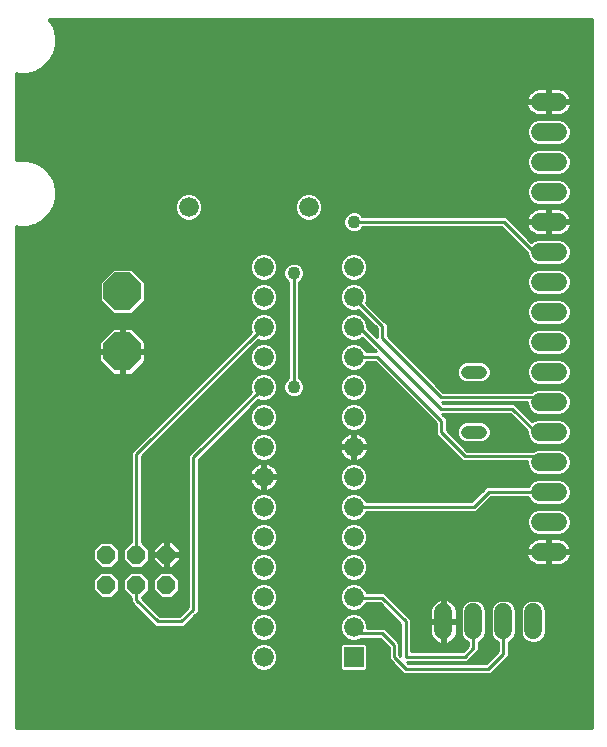
<source format=gbl>
G75*
%MOIN*%
%OFA0B0*%
%FSLAX25Y25*%
%IPPOS*%
%LPD*%
%AMOC8*
5,1,8,0,0,1.08239X$1,22.5*
%
%ADD10C,0.06600*%
%ADD11OC8,0.12400*%
%ADD12OC8,0.06000*%
%ADD13C,0.04400*%
%ADD14R,0.06600X0.06600*%
%ADD15C,0.06000*%
%ADD16C,0.04356*%
%ADD17C,0.01000*%
D10*
X0098626Y0032996D03*
X0098626Y0042996D03*
X0098626Y0052996D03*
X0098626Y0062996D03*
X0098626Y0072996D03*
X0098626Y0082996D03*
X0098626Y0092996D03*
X0098626Y0102996D03*
X0098626Y0112996D03*
X0098626Y0122996D03*
X0098626Y0132996D03*
X0098626Y0142996D03*
X0098626Y0152996D03*
X0098626Y0162996D03*
X0113626Y0182996D03*
X0128626Y0162996D03*
X0128626Y0152996D03*
X0128626Y0142996D03*
X0128626Y0132996D03*
X0128626Y0122996D03*
X0128626Y0112996D03*
X0128626Y0102996D03*
X0128626Y0092996D03*
X0128626Y0082996D03*
X0128626Y0072996D03*
X0128626Y0062996D03*
X0128626Y0052996D03*
X0128626Y0042996D03*
X0073626Y0182996D03*
D11*
X0051500Y0154807D03*
X0051500Y0134807D03*
D12*
X0056185Y0067051D03*
X0056185Y0057051D03*
X0066185Y0057051D03*
X0066185Y0067051D03*
X0046185Y0067051D03*
X0046185Y0057051D03*
D13*
X0166426Y0107996D02*
X0170826Y0107996D01*
X0170826Y0127996D02*
X0166426Y0127996D01*
D14*
X0128626Y0032996D03*
D15*
X0158548Y0041807D02*
X0158548Y0047807D01*
X0168548Y0047807D02*
X0168548Y0041807D01*
X0178548Y0041807D02*
X0178548Y0047807D01*
X0188548Y0047807D02*
X0188548Y0041807D01*
X0190626Y0067996D02*
X0196626Y0067996D01*
X0196626Y0077996D02*
X0190626Y0077996D01*
X0190626Y0087996D02*
X0196626Y0087996D01*
X0196626Y0097996D02*
X0190626Y0097996D01*
X0190626Y0107996D02*
X0196626Y0107996D01*
X0196626Y0117996D02*
X0190626Y0117996D01*
X0190626Y0127996D02*
X0196626Y0127996D01*
X0196626Y0137996D02*
X0190626Y0137996D01*
X0190626Y0147996D02*
X0196626Y0147996D01*
X0196626Y0157996D02*
X0190626Y0157996D01*
X0190626Y0167996D02*
X0196626Y0167996D01*
X0196626Y0177996D02*
X0190626Y0177996D01*
X0190626Y0187996D02*
X0196626Y0187996D01*
X0196626Y0197996D02*
X0190626Y0197996D01*
X0190626Y0207996D02*
X0196626Y0207996D01*
X0196626Y0217996D02*
X0190626Y0217996D01*
D16*
X0145989Y0198350D03*
X0128626Y0177996D03*
X0108626Y0160909D03*
X0108626Y0122996D03*
X0149926Y0143232D03*
X0153863Y0099925D03*
X0086933Y0233783D03*
D17*
X0016067Y0009374D02*
X0207918Y0009374D01*
X0207918Y0245594D01*
X0026941Y0245594D01*
X0027163Y0245373D01*
X0028637Y0242819D01*
X0029400Y0239971D01*
X0029400Y0237022D01*
X0028637Y0234173D01*
X0027163Y0231619D01*
X0025077Y0229534D01*
X0022523Y0228059D01*
X0019675Y0227296D01*
X0016726Y0227296D01*
X0016067Y0227473D01*
X0016067Y0198520D01*
X0016726Y0198696D01*
X0019675Y0198696D01*
X0022523Y0197933D01*
X0025077Y0196458D01*
X0027163Y0194373D01*
X0028637Y0191819D01*
X0029400Y0188971D01*
X0029400Y0186022D01*
X0028637Y0183173D01*
X0027163Y0180619D01*
X0025077Y0178534D01*
X0022523Y0177059D01*
X0019675Y0176296D01*
X0016726Y0176296D01*
X0016067Y0176473D01*
X0016067Y0009374D01*
X0016067Y0010030D02*
X0207918Y0010030D01*
X0207918Y0011029D02*
X0016067Y0011029D01*
X0016067Y0012027D02*
X0207918Y0012027D01*
X0207918Y0013026D02*
X0016067Y0013026D01*
X0016067Y0014024D02*
X0207918Y0014024D01*
X0207918Y0015023D02*
X0016067Y0015023D01*
X0016067Y0016021D02*
X0207918Y0016021D01*
X0207918Y0017020D02*
X0016067Y0017020D01*
X0016067Y0018018D02*
X0207918Y0018018D01*
X0207918Y0019017D02*
X0016067Y0019017D01*
X0016067Y0020015D02*
X0207918Y0020015D01*
X0207918Y0021014D02*
X0016067Y0021014D01*
X0016067Y0022012D02*
X0207918Y0022012D01*
X0207918Y0023011D02*
X0016067Y0023011D01*
X0016067Y0024009D02*
X0207918Y0024009D01*
X0207918Y0025008D02*
X0016067Y0025008D01*
X0016067Y0026006D02*
X0207918Y0026006D01*
X0207918Y0027005D02*
X0016067Y0027005D01*
X0016067Y0028004D02*
X0144499Y0028004D01*
X0145243Y0027259D02*
X0174293Y0027259D01*
X0175348Y0028313D01*
X0180348Y0033313D01*
X0180348Y0037898D01*
X0180983Y0038162D01*
X0182193Y0039371D01*
X0182848Y0040952D01*
X0182848Y0048662D01*
X0182193Y0050243D01*
X0180983Y0051452D01*
X0179403Y0052107D01*
X0177692Y0052107D01*
X0176112Y0051452D01*
X0174902Y0050243D01*
X0174248Y0048662D01*
X0174248Y0040952D01*
X0174902Y0039371D01*
X0176112Y0038162D01*
X0176748Y0037898D01*
X0176748Y0034805D01*
X0172802Y0030859D01*
X0146734Y0030859D01*
X0146397Y0031196D01*
X0166419Y0031196D01*
X0167474Y0032250D01*
X0170348Y0035124D01*
X0170348Y0037898D01*
X0170983Y0038162D01*
X0172193Y0039371D01*
X0172848Y0040952D01*
X0172848Y0048662D01*
X0172193Y0050243D01*
X0170983Y0051452D01*
X0169403Y0052107D01*
X0167692Y0052107D01*
X0166112Y0051452D01*
X0164902Y0050243D01*
X0164248Y0048662D01*
X0164248Y0040952D01*
X0164902Y0039371D01*
X0166112Y0038162D01*
X0166748Y0037898D01*
X0166748Y0036616D01*
X0164928Y0034796D01*
X0147789Y0034796D01*
X0147789Y0045553D01*
X0139915Y0053427D01*
X0138860Y0054481D01*
X0132990Y0054481D01*
X0132526Y0055602D01*
X0131232Y0056896D01*
X0129541Y0057596D01*
X0127711Y0057596D01*
X0126021Y0056896D01*
X0124727Y0055602D01*
X0124026Y0053911D01*
X0124026Y0052081D01*
X0124727Y0050390D01*
X0126021Y0049096D01*
X0127711Y0048396D01*
X0129541Y0048396D01*
X0131232Y0049096D01*
X0132526Y0050390D01*
X0132729Y0050881D01*
X0137369Y0050881D01*
X0144189Y0044061D01*
X0144189Y0033405D01*
X0143852Y0033742D01*
X0143852Y0037679D01*
X0139915Y0041616D01*
X0138860Y0042670D01*
X0133226Y0042670D01*
X0133226Y0043911D01*
X0132526Y0045602D01*
X0131232Y0046896D01*
X0129541Y0047596D01*
X0127711Y0047596D01*
X0126021Y0046896D01*
X0124727Y0045602D01*
X0124026Y0043911D01*
X0124026Y0042081D01*
X0124727Y0040390D01*
X0126021Y0039096D01*
X0127711Y0038396D01*
X0129541Y0038396D01*
X0131169Y0039070D01*
X0137369Y0039070D01*
X0140252Y0036187D01*
X0140252Y0032250D01*
X0141306Y0031196D01*
X0145243Y0027259D01*
X0145989Y0029059D02*
X0142052Y0032996D01*
X0142052Y0036933D01*
X0138115Y0040870D01*
X0130752Y0040870D01*
X0128626Y0042996D01*
X0124468Y0044978D02*
X0102784Y0044978D01*
X0102526Y0045602D02*
X0101232Y0046896D01*
X0099541Y0047596D01*
X0097711Y0047596D01*
X0096021Y0046896D01*
X0094727Y0045602D01*
X0094026Y0043911D01*
X0094026Y0042081D01*
X0094727Y0040390D01*
X0096021Y0039096D01*
X0097711Y0038396D01*
X0099541Y0038396D01*
X0101232Y0039096D01*
X0102526Y0040390D01*
X0103226Y0042081D01*
X0103226Y0043911D01*
X0102526Y0045602D01*
X0102151Y0045977D02*
X0125102Y0045977D01*
X0126213Y0046975D02*
X0101040Y0046975D01*
X0100932Y0048972D02*
X0126320Y0048972D01*
X0125146Y0049971D02*
X0102106Y0049971D01*
X0102526Y0050390D02*
X0103226Y0052081D01*
X0103226Y0053911D01*
X0102526Y0055602D01*
X0101232Y0056896D01*
X0099541Y0057596D01*
X0097711Y0057596D01*
X0096021Y0056896D01*
X0094727Y0055602D01*
X0094026Y0053911D01*
X0094026Y0052081D01*
X0094727Y0050390D01*
X0096021Y0049096D01*
X0097711Y0048396D01*
X0099541Y0048396D01*
X0101232Y0049096D01*
X0102526Y0050390D01*
X0102766Y0050969D02*
X0124487Y0050969D01*
X0124073Y0051968D02*
X0103179Y0051968D01*
X0103226Y0052966D02*
X0124026Y0052966D01*
X0124049Y0053965D02*
X0103204Y0053965D01*
X0102791Y0054963D02*
X0124462Y0054963D01*
X0125087Y0055962D02*
X0102166Y0055962D01*
X0101076Y0056960D02*
X0126177Y0056960D01*
X0126356Y0058957D02*
X0100896Y0058957D01*
X0101232Y0059096D02*
X0102526Y0060390D01*
X0103226Y0062081D01*
X0103226Y0063911D01*
X0102526Y0065602D01*
X0101232Y0066896D01*
X0099541Y0067596D01*
X0097711Y0067596D01*
X0096021Y0066896D01*
X0094727Y0065602D01*
X0094026Y0063911D01*
X0094026Y0062081D01*
X0094727Y0060390D01*
X0096021Y0059096D01*
X0097711Y0058396D01*
X0099541Y0058396D01*
X0101232Y0059096D01*
X0102092Y0059956D02*
X0125161Y0059956D01*
X0124727Y0060390D02*
X0126021Y0059096D01*
X0127711Y0058396D01*
X0129541Y0058396D01*
X0131232Y0059096D01*
X0132526Y0060390D01*
X0133226Y0062081D01*
X0133226Y0063911D01*
X0132526Y0065602D01*
X0131232Y0066896D01*
X0129541Y0067596D01*
X0127711Y0067596D01*
X0126021Y0066896D01*
X0124727Y0065602D01*
X0124026Y0063911D01*
X0124026Y0062081D01*
X0124727Y0060390D01*
X0124493Y0060954D02*
X0102760Y0060954D01*
X0103173Y0061953D02*
X0124079Y0061953D01*
X0124026Y0062951D02*
X0103226Y0062951D01*
X0103210Y0063950D02*
X0124042Y0063950D01*
X0124456Y0064948D02*
X0102797Y0064948D01*
X0102181Y0065947D02*
X0125072Y0065947D01*
X0126141Y0066945D02*
X0101112Y0066945D01*
X0100861Y0068942D02*
X0126392Y0068942D01*
X0126021Y0069096D02*
X0127711Y0068396D01*
X0129541Y0068396D01*
X0131232Y0069096D01*
X0132526Y0070390D01*
X0133226Y0072081D01*
X0133226Y0073911D01*
X0132526Y0075602D01*
X0131232Y0076896D01*
X0129541Y0077596D01*
X0127711Y0077596D01*
X0126021Y0076896D01*
X0124727Y0075602D01*
X0124026Y0073911D01*
X0124026Y0072081D01*
X0124727Y0070390D01*
X0126021Y0069096D01*
X0125176Y0069941D02*
X0102077Y0069941D01*
X0102526Y0070390D02*
X0103226Y0072081D01*
X0103226Y0073911D01*
X0102526Y0075602D01*
X0101232Y0076896D01*
X0099541Y0077596D01*
X0097711Y0077596D01*
X0096021Y0076896D01*
X0094727Y0075602D01*
X0094026Y0073911D01*
X0094026Y0072081D01*
X0094727Y0070390D01*
X0096021Y0069096D01*
X0097711Y0068396D01*
X0099541Y0068396D01*
X0101232Y0069096D01*
X0102526Y0070390D01*
X0102754Y0070939D02*
X0124499Y0070939D01*
X0124086Y0071938D02*
X0103167Y0071938D01*
X0103226Y0072937D02*
X0124026Y0072937D01*
X0124036Y0073935D02*
X0103216Y0073935D01*
X0102803Y0074934D02*
X0124450Y0074934D01*
X0125057Y0075932D02*
X0102196Y0075932D01*
X0101148Y0076931D02*
X0126105Y0076931D01*
X0126428Y0078928D02*
X0100825Y0078928D01*
X0101232Y0079096D02*
X0102526Y0080390D01*
X0103226Y0082081D01*
X0103226Y0083911D01*
X0102526Y0085602D01*
X0101232Y0086896D01*
X0099541Y0087596D01*
X0097711Y0087596D01*
X0096021Y0086896D01*
X0094727Y0085602D01*
X0094026Y0083911D01*
X0094026Y0082081D01*
X0094727Y0080390D01*
X0096021Y0079096D01*
X0097711Y0078396D01*
X0099541Y0078396D01*
X0101232Y0079096D01*
X0102062Y0079926D02*
X0125191Y0079926D01*
X0124727Y0080390D02*
X0126021Y0079096D01*
X0127711Y0078396D01*
X0129541Y0078396D01*
X0131232Y0079096D01*
X0132526Y0080390D01*
X0132860Y0081196D01*
X0169372Y0081196D01*
X0174372Y0086196D01*
X0186718Y0086196D01*
X0186981Y0085560D01*
X0188191Y0084351D01*
X0189771Y0083696D01*
X0197482Y0083696D01*
X0199062Y0084351D01*
X0200272Y0085560D01*
X0200926Y0087141D01*
X0200926Y0088851D01*
X0200272Y0090432D01*
X0199062Y0091641D01*
X0197482Y0092296D01*
X0189771Y0092296D01*
X0188191Y0091641D01*
X0186981Y0090432D01*
X0186718Y0089796D01*
X0172881Y0089796D01*
X0171826Y0088742D01*
X0167881Y0084796D01*
X0132860Y0084796D01*
X0132526Y0085602D01*
X0131232Y0086896D01*
X0129541Y0087596D01*
X0127711Y0087596D01*
X0126021Y0086896D01*
X0124727Y0085602D01*
X0124026Y0083911D01*
X0124026Y0082081D01*
X0124727Y0080390D01*
X0124505Y0080925D02*
X0102747Y0080925D01*
X0103161Y0081923D02*
X0124092Y0081923D01*
X0124026Y0082922D02*
X0103226Y0082922D01*
X0103223Y0083920D02*
X0124030Y0083920D01*
X0124444Y0084919D02*
X0102809Y0084919D01*
X0102211Y0085917D02*
X0125042Y0085917D01*
X0126069Y0086916D02*
X0101184Y0086916D01*
X0100469Y0088548D02*
X0101142Y0088891D01*
X0101753Y0089335D01*
X0102288Y0089869D01*
X0102732Y0090480D01*
X0103075Y0091153D01*
X0103308Y0091872D01*
X0103407Y0092496D01*
X0099126Y0092496D01*
X0099126Y0088215D01*
X0099750Y0088314D01*
X0100469Y0088548D01*
X0101172Y0088913D02*
X0126464Y0088913D01*
X0126021Y0089096D02*
X0127711Y0088396D01*
X0129541Y0088396D01*
X0131232Y0089096D01*
X0132526Y0090390D01*
X0133226Y0092081D01*
X0133226Y0093911D01*
X0132526Y0095602D01*
X0131232Y0096896D01*
X0129541Y0097596D01*
X0127711Y0097596D01*
X0126021Y0096896D01*
X0124727Y0095602D01*
X0124026Y0093911D01*
X0124026Y0092081D01*
X0124727Y0090390D01*
X0126021Y0089096D01*
X0125206Y0089911D02*
X0102318Y0089911D01*
X0102950Y0090910D02*
X0124512Y0090910D01*
X0124098Y0091908D02*
X0103314Y0091908D01*
X0103407Y0093496D02*
X0103308Y0094120D01*
X0103075Y0094839D01*
X0102732Y0095512D01*
X0102288Y0096123D01*
X0101753Y0096657D01*
X0101142Y0097101D01*
X0100469Y0097444D01*
X0099750Y0097678D01*
X0099126Y0097777D01*
X0099126Y0093496D01*
X0098126Y0093496D01*
X0098126Y0092496D01*
X0093846Y0092496D01*
X0093945Y0091872D01*
X0094178Y0091153D01*
X0094521Y0090480D01*
X0094965Y0089869D01*
X0095499Y0089335D01*
X0096111Y0088891D01*
X0096784Y0088548D01*
X0097502Y0088314D01*
X0098126Y0088215D01*
X0098126Y0092496D01*
X0099126Y0092496D01*
X0099126Y0093496D01*
X0103407Y0093496D01*
X0103342Y0093905D02*
X0124026Y0093905D01*
X0124026Y0092907D02*
X0099126Y0092907D01*
X0099126Y0093905D02*
X0098126Y0093905D01*
X0098126Y0093496D02*
X0098126Y0097777D01*
X0097502Y0097678D01*
X0096784Y0097444D01*
X0096111Y0097101D01*
X0095499Y0096657D01*
X0094965Y0096123D01*
X0094521Y0095512D01*
X0094178Y0094839D01*
X0093945Y0094120D01*
X0093846Y0093496D01*
X0098126Y0093496D01*
X0098126Y0092907D02*
X0076922Y0092907D01*
X0076922Y0093905D02*
X0093911Y0093905D01*
X0094211Y0094904D02*
X0076922Y0094904D01*
X0076922Y0095902D02*
X0094805Y0095902D01*
X0095835Y0096901D02*
X0076922Y0096901D01*
X0076922Y0097899D02*
X0186326Y0097899D01*
X0186326Y0098125D02*
X0186326Y0097141D01*
X0186981Y0095560D01*
X0188191Y0094351D01*
X0189771Y0093696D01*
X0197482Y0093696D01*
X0199062Y0094351D01*
X0200272Y0095560D01*
X0200926Y0097141D01*
X0200926Y0098851D01*
X0200272Y0100432D01*
X0199062Y0101641D01*
X0197482Y0102296D01*
X0189771Y0102296D01*
X0188393Y0101725D01*
X0166419Y0101725D01*
X0159600Y0108545D01*
X0159600Y0112482D01*
X0158545Y0113536D01*
X0158208Y0113873D01*
X0180676Y0113873D01*
X0186326Y0108223D01*
X0186326Y0107141D01*
X0186981Y0105560D01*
X0188191Y0104351D01*
X0189771Y0103696D01*
X0197482Y0103696D01*
X0199062Y0104351D01*
X0200272Y0105560D01*
X0200926Y0107141D01*
X0200926Y0108851D01*
X0200272Y0110432D01*
X0199062Y0111641D01*
X0197482Y0112296D01*
X0189771Y0112296D01*
X0188191Y0111641D01*
X0188095Y0111546D01*
X0182167Y0117473D01*
X0158545Y0117473D01*
X0158208Y0117810D01*
X0186326Y0117810D01*
X0186326Y0117141D01*
X0186981Y0115560D01*
X0188191Y0114351D01*
X0189771Y0113696D01*
X0197482Y0113696D01*
X0199062Y0114351D01*
X0200272Y0115560D01*
X0200926Y0117141D01*
X0200926Y0118851D01*
X0200272Y0120432D01*
X0199062Y0121641D01*
X0197482Y0122296D01*
X0189771Y0122296D01*
X0188191Y0121641D01*
X0187959Y0121410D01*
X0158545Y0121410D01*
X0139915Y0140041D01*
X0139915Y0143978D01*
X0138860Y0145032D01*
X0132812Y0151080D01*
X0133226Y0152081D01*
X0133226Y0153911D01*
X0132526Y0155602D01*
X0131232Y0156896D01*
X0129541Y0157596D01*
X0127711Y0157596D01*
X0126021Y0156896D01*
X0124727Y0155602D01*
X0124026Y0153911D01*
X0124026Y0152081D01*
X0124727Y0150390D01*
X0126021Y0149096D01*
X0127711Y0148396D01*
X0129541Y0148396D01*
X0130152Y0148649D01*
X0136315Y0142487D01*
X0136315Y0139704D01*
X0133226Y0142792D01*
X0133226Y0143911D01*
X0132526Y0145602D01*
X0131232Y0146896D01*
X0129541Y0147596D01*
X0127711Y0147596D01*
X0126021Y0146896D01*
X0124727Y0145602D01*
X0124026Y0143911D01*
X0124026Y0142081D01*
X0124727Y0140390D01*
X0126021Y0139096D01*
X0127711Y0138396D01*
X0129541Y0138396D01*
X0131232Y0139096D01*
X0131531Y0139396D01*
X0136131Y0134796D01*
X0132860Y0134796D01*
X0132526Y0135602D01*
X0131232Y0136896D01*
X0129541Y0137596D01*
X0127711Y0137596D01*
X0126021Y0136896D01*
X0124727Y0135602D01*
X0124026Y0133911D01*
X0124026Y0132081D01*
X0124727Y0130390D01*
X0126021Y0129096D01*
X0127711Y0128396D01*
X0129541Y0128396D01*
X0131232Y0129096D01*
X0132526Y0130390D01*
X0132860Y0131196D01*
X0135794Y0131196D01*
X0156000Y0110991D01*
X0156000Y0107054D01*
X0163874Y0099180D01*
X0164928Y0098125D01*
X0186326Y0098125D01*
X0186426Y0096901D02*
X0131220Y0096901D01*
X0132226Y0095902D02*
X0186839Y0095902D01*
X0187638Y0094904D02*
X0132815Y0094904D01*
X0133226Y0093905D02*
X0189266Y0093905D01*
X0188835Y0091908D02*
X0133155Y0091908D01*
X0133226Y0092907D02*
X0207918Y0092907D01*
X0207918Y0093905D02*
X0197987Y0093905D01*
X0199615Y0094904D02*
X0207918Y0094904D01*
X0207918Y0095902D02*
X0200413Y0095902D01*
X0200827Y0096901D02*
X0207918Y0096901D01*
X0207918Y0097899D02*
X0200926Y0097899D01*
X0200907Y0098898D02*
X0207918Y0098898D01*
X0207918Y0099896D02*
X0200494Y0099896D01*
X0199809Y0100895D02*
X0207918Y0100895D01*
X0207918Y0101893D02*
X0198454Y0101893D01*
X0197951Y0103890D02*
X0207918Y0103890D01*
X0207918Y0102892D02*
X0165253Y0102892D01*
X0166251Y0101893D02*
X0188799Y0101893D01*
X0189302Y0103890D02*
X0164254Y0103890D01*
X0164782Y0104889D02*
X0163256Y0104889D01*
X0163585Y0105887D02*
X0162257Y0105887D01*
X0163459Y0106013D02*
X0162926Y0107300D01*
X0162926Y0108692D01*
X0163459Y0109979D01*
X0164444Y0110963D01*
X0165730Y0111496D01*
X0171523Y0111496D01*
X0172809Y0110963D01*
X0173794Y0109979D01*
X0174326Y0108692D01*
X0174326Y0107300D01*
X0173794Y0106013D01*
X0172809Y0105029D01*
X0171523Y0104496D01*
X0165730Y0104496D01*
X0164444Y0105029D01*
X0163459Y0106013D01*
X0163098Y0106886D02*
X0161258Y0106886D01*
X0160260Y0107884D02*
X0162926Y0107884D01*
X0163005Y0108883D02*
X0159600Y0108883D01*
X0159600Y0109881D02*
X0163419Y0109881D01*
X0164361Y0110880D02*
X0159600Y0110880D01*
X0159600Y0111878D02*
X0182671Y0111878D01*
X0183669Y0110880D02*
X0172892Y0110880D01*
X0173834Y0109881D02*
X0184668Y0109881D01*
X0185666Y0108883D02*
X0174247Y0108883D01*
X0174326Y0107884D02*
X0186326Y0107884D01*
X0186432Y0106886D02*
X0174155Y0106886D01*
X0173667Y0105887D02*
X0186846Y0105887D01*
X0187652Y0104889D02*
X0172471Y0104889D01*
X0165674Y0099925D02*
X0191697Y0099925D01*
X0193626Y0097996D01*
X0198418Y0091908D02*
X0207918Y0091908D01*
X0207918Y0090910D02*
X0199794Y0090910D01*
X0200487Y0089911D02*
X0207918Y0089911D01*
X0207918Y0088913D02*
X0200901Y0088913D01*
X0200926Y0087914D02*
X0207918Y0087914D01*
X0207918Y0086916D02*
X0200833Y0086916D01*
X0200420Y0085917D02*
X0207918Y0085917D01*
X0207918Y0084919D02*
X0199630Y0084919D01*
X0198023Y0083920D02*
X0207918Y0083920D01*
X0207918Y0082922D02*
X0171098Y0082922D01*
X0172096Y0083920D02*
X0189230Y0083920D01*
X0189771Y0082296D02*
X0188191Y0081641D01*
X0186981Y0080432D01*
X0186326Y0078851D01*
X0186326Y0077141D01*
X0186981Y0075560D01*
X0188191Y0074351D01*
X0189771Y0073696D01*
X0197482Y0073696D01*
X0199062Y0074351D01*
X0200272Y0075560D01*
X0200926Y0077141D01*
X0200926Y0078851D01*
X0200272Y0080432D01*
X0199062Y0081641D01*
X0197482Y0082296D01*
X0189771Y0082296D01*
X0188871Y0081923D02*
X0170099Y0081923D01*
X0168626Y0082996D02*
X0173626Y0087996D01*
X0193626Y0087996D01*
X0198382Y0081923D02*
X0207918Y0081923D01*
X0207918Y0080925D02*
X0199779Y0080925D01*
X0200481Y0079926D02*
X0207918Y0079926D01*
X0207918Y0078928D02*
X0200895Y0078928D01*
X0200926Y0077929D02*
X0207918Y0077929D01*
X0207918Y0076931D02*
X0200839Y0076931D01*
X0200426Y0075932D02*
X0207918Y0075932D01*
X0207918Y0074934D02*
X0199645Y0074934D01*
X0198059Y0073935D02*
X0207918Y0073935D01*
X0207918Y0072937D02*
X0133226Y0072937D01*
X0133216Y0073935D02*
X0189194Y0073935D01*
X0189573Y0072385D02*
X0188899Y0072166D01*
X0188268Y0071845D01*
X0187695Y0071428D01*
X0187194Y0070928D01*
X0186778Y0070355D01*
X0186456Y0069723D01*
X0186237Y0069050D01*
X0186149Y0068496D01*
X0193126Y0068496D01*
X0193126Y0067496D01*
X0186149Y0067496D01*
X0186237Y0066942D01*
X0186456Y0066269D01*
X0186778Y0065638D01*
X0187194Y0065065D01*
X0187695Y0064564D01*
X0188268Y0064147D01*
X0188899Y0063826D01*
X0189573Y0063607D01*
X0190272Y0063496D01*
X0193126Y0063496D01*
X0193126Y0067496D01*
X0194126Y0067496D01*
X0194126Y0063496D01*
X0196981Y0063496D01*
X0197680Y0063607D01*
X0198354Y0063826D01*
X0198985Y0064147D01*
X0199558Y0064564D01*
X0200059Y0065065D01*
X0200475Y0065638D01*
X0200797Y0066269D01*
X0201016Y0066942D01*
X0201103Y0067496D01*
X0194126Y0067496D01*
X0194126Y0068496D01*
X0193126Y0068496D01*
X0193126Y0072496D01*
X0190272Y0072496D01*
X0189573Y0072385D01*
X0188451Y0071938D02*
X0133167Y0071938D01*
X0132754Y0070939D02*
X0187206Y0070939D01*
X0186567Y0069941D02*
X0132077Y0069941D01*
X0130861Y0068942D02*
X0186220Y0068942D01*
X0186237Y0066945D02*
X0131112Y0066945D01*
X0132181Y0065947D02*
X0186620Y0065947D01*
X0187310Y0064948D02*
X0132797Y0064948D01*
X0133210Y0063950D02*
X0188655Y0063950D01*
X0193126Y0063950D02*
X0194126Y0063950D01*
X0194126Y0064948D02*
X0193126Y0064948D01*
X0193126Y0065947D02*
X0194126Y0065947D01*
X0194126Y0066945D02*
X0193126Y0066945D01*
X0193126Y0067944D02*
X0076922Y0067944D01*
X0076922Y0068942D02*
X0096392Y0068942D01*
X0095176Y0069941D02*
X0076922Y0069941D01*
X0076922Y0070939D02*
X0094499Y0070939D01*
X0094086Y0071938D02*
X0076922Y0071938D01*
X0076922Y0072937D02*
X0094026Y0072937D01*
X0094036Y0073935D02*
X0076922Y0073935D01*
X0076922Y0074934D02*
X0094450Y0074934D01*
X0095057Y0075932D02*
X0076922Y0075932D01*
X0076922Y0076931D02*
X0096105Y0076931D01*
X0096428Y0078928D02*
X0076922Y0078928D01*
X0076922Y0079926D02*
X0095191Y0079926D01*
X0094505Y0080925D02*
X0076922Y0080925D01*
X0076922Y0081923D02*
X0094092Y0081923D01*
X0094026Y0082922D02*
X0076922Y0082922D01*
X0076922Y0083920D02*
X0094030Y0083920D01*
X0094444Y0084919D02*
X0076922Y0084919D01*
X0076922Y0085917D02*
X0095042Y0085917D01*
X0096069Y0086916D02*
X0076922Y0086916D01*
X0076922Y0087914D02*
X0170999Y0087914D01*
X0170000Y0086916D02*
X0131184Y0086916D01*
X0132211Y0085917D02*
X0169002Y0085917D01*
X0168003Y0084919D02*
X0132809Y0084919D01*
X0130789Y0088913D02*
X0171997Y0088913D01*
X0174093Y0085917D02*
X0186833Y0085917D01*
X0187623Y0084919D02*
X0173095Y0084919D01*
X0168626Y0082996D02*
X0128626Y0082996D01*
X0132062Y0079926D02*
X0186772Y0079926D01*
X0186358Y0078928D02*
X0130825Y0078928D01*
X0131148Y0076931D02*
X0186413Y0076931D01*
X0186326Y0077929D02*
X0076922Y0077929D01*
X0073322Y0077929D02*
X0057985Y0077929D01*
X0057985Y0076931D02*
X0073322Y0076931D01*
X0073322Y0075932D02*
X0057985Y0075932D01*
X0057985Y0074934D02*
X0073322Y0074934D01*
X0073322Y0073935D02*
X0057985Y0073935D01*
X0057985Y0072937D02*
X0073322Y0072937D01*
X0073322Y0071938D02*
X0057985Y0071938D01*
X0057985Y0071332D02*
X0057985Y0099810D01*
X0096906Y0138730D01*
X0097711Y0138396D01*
X0099541Y0138396D01*
X0101232Y0139096D01*
X0102526Y0140390D01*
X0103226Y0142081D01*
X0103226Y0143911D01*
X0102526Y0145602D01*
X0101232Y0146896D01*
X0099541Y0147596D01*
X0097711Y0147596D01*
X0096021Y0146896D01*
X0094727Y0145602D01*
X0094026Y0143911D01*
X0094026Y0142081D01*
X0094360Y0141275D01*
X0054385Y0101301D01*
X0054385Y0071332D01*
X0051885Y0068832D01*
X0051885Y0065270D01*
X0054404Y0062751D01*
X0057967Y0062751D01*
X0060485Y0065270D01*
X0060485Y0068832D01*
X0057985Y0071332D01*
X0058378Y0070939D02*
X0063710Y0070939D01*
X0064321Y0071551D02*
X0061685Y0068915D01*
X0061685Y0067551D01*
X0065685Y0067551D01*
X0065685Y0066551D01*
X0061685Y0066551D01*
X0061685Y0065187D01*
X0064321Y0062551D01*
X0065685Y0062551D01*
X0065685Y0066551D01*
X0066685Y0066551D01*
X0066685Y0062551D01*
X0068049Y0062551D01*
X0070685Y0065187D01*
X0070685Y0066551D01*
X0066685Y0066551D01*
X0066685Y0067551D01*
X0065685Y0067551D01*
X0065685Y0071551D01*
X0064321Y0071551D01*
X0065685Y0070939D02*
X0066685Y0070939D01*
X0066685Y0071551D02*
X0066685Y0067551D01*
X0070685Y0067551D01*
X0070685Y0068915D01*
X0068049Y0071551D01*
X0066685Y0071551D01*
X0066685Y0069941D02*
X0065685Y0069941D01*
X0065685Y0068942D02*
X0066685Y0068942D01*
X0066685Y0067944D02*
X0065685Y0067944D01*
X0065685Y0066945D02*
X0060485Y0066945D01*
X0060485Y0065947D02*
X0061685Y0065947D01*
X0061924Y0064948D02*
X0060164Y0064948D01*
X0059165Y0063950D02*
X0062923Y0063950D01*
X0063921Y0062951D02*
X0058167Y0062951D01*
X0057967Y0061351D02*
X0054404Y0061351D01*
X0051885Y0058832D01*
X0051885Y0055270D01*
X0054385Y0052770D01*
X0054385Y0051187D01*
X0061511Y0044061D01*
X0062566Y0043007D01*
X0071931Y0043007D01*
X0075868Y0046944D01*
X0076922Y0047998D01*
X0076922Y0098747D01*
X0096906Y0118730D01*
X0097711Y0118396D01*
X0099541Y0118396D01*
X0101232Y0119096D01*
X0102526Y0120390D01*
X0103226Y0122081D01*
X0103226Y0123911D01*
X0102526Y0125602D01*
X0101232Y0126896D01*
X0099541Y0127596D01*
X0097711Y0127596D01*
X0096021Y0126896D01*
X0094727Y0125602D01*
X0094026Y0123911D01*
X0094026Y0122081D01*
X0094360Y0121275D01*
X0073322Y0100238D01*
X0073322Y0049490D01*
X0070440Y0046607D01*
X0064057Y0046607D01*
X0057985Y0052679D01*
X0057985Y0052770D01*
X0060485Y0055270D01*
X0060485Y0058832D01*
X0057967Y0061351D01*
X0058363Y0060954D02*
X0064008Y0060954D01*
X0064404Y0061351D02*
X0061885Y0058832D01*
X0061885Y0055270D01*
X0064404Y0052751D01*
X0067967Y0052751D01*
X0070485Y0055270D01*
X0070485Y0058832D01*
X0067967Y0061351D01*
X0064404Y0061351D01*
X0063009Y0059956D02*
X0059362Y0059956D01*
X0060360Y0058957D02*
X0062011Y0058957D01*
X0061885Y0057959D02*
X0060485Y0057959D01*
X0060485Y0056960D02*
X0061885Y0056960D01*
X0061885Y0055962D02*
X0060485Y0055962D01*
X0060179Y0054963D02*
X0062192Y0054963D01*
X0063191Y0053965D02*
X0059180Y0053965D01*
X0058182Y0052966D02*
X0064189Y0052966D01*
X0060693Y0049971D02*
X0073322Y0049971D01*
X0073322Y0050969D02*
X0059695Y0050969D01*
X0058696Y0051968D02*
X0073322Y0051968D01*
X0073322Y0052966D02*
X0068182Y0052966D01*
X0069180Y0053965D02*
X0073322Y0053965D01*
X0073322Y0054963D02*
X0070179Y0054963D01*
X0070485Y0055962D02*
X0073322Y0055962D01*
X0073322Y0056960D02*
X0070485Y0056960D01*
X0070485Y0057959D02*
X0073322Y0057959D01*
X0073322Y0058957D02*
X0070360Y0058957D01*
X0069362Y0059956D02*
X0073322Y0059956D01*
X0073322Y0060954D02*
X0068363Y0060954D01*
X0068450Y0062951D02*
X0073322Y0062951D01*
X0073322Y0061953D02*
X0016067Y0061953D01*
X0016067Y0062951D02*
X0044204Y0062951D01*
X0044404Y0062751D02*
X0047967Y0062751D01*
X0050485Y0065270D01*
X0050485Y0068832D01*
X0047967Y0071351D01*
X0044404Y0071351D01*
X0041885Y0068832D01*
X0041885Y0065270D01*
X0044404Y0062751D01*
X0044404Y0061351D02*
X0041885Y0058832D01*
X0041885Y0055270D01*
X0044404Y0052751D01*
X0047967Y0052751D01*
X0050485Y0055270D01*
X0050485Y0058832D01*
X0047967Y0061351D01*
X0044404Y0061351D01*
X0044008Y0060954D02*
X0016067Y0060954D01*
X0016067Y0059956D02*
X0043009Y0059956D01*
X0042011Y0058957D02*
X0016067Y0058957D01*
X0016067Y0057959D02*
X0041885Y0057959D01*
X0041885Y0056960D02*
X0016067Y0056960D01*
X0016067Y0055962D02*
X0041885Y0055962D01*
X0042192Y0054963D02*
X0016067Y0054963D01*
X0016067Y0053965D02*
X0043191Y0053965D01*
X0044189Y0052966D02*
X0016067Y0052966D01*
X0016067Y0051968D02*
X0054385Y0051968D01*
X0054189Y0052966D02*
X0048182Y0052966D01*
X0049180Y0053965D02*
X0053191Y0053965D01*
X0052192Y0054963D02*
X0050179Y0054963D01*
X0050485Y0055962D02*
X0051885Y0055962D01*
X0051885Y0056960D02*
X0050485Y0056960D01*
X0050485Y0057959D02*
X0051885Y0057959D01*
X0052011Y0058957D02*
X0050360Y0058957D01*
X0049362Y0059956D02*
X0053009Y0059956D01*
X0054008Y0060954D02*
X0048363Y0060954D01*
X0048167Y0062951D02*
X0054204Y0062951D01*
X0053206Y0063950D02*
X0049165Y0063950D01*
X0050164Y0064948D02*
X0052207Y0064948D01*
X0051885Y0065947D02*
X0050485Y0065947D01*
X0050485Y0066945D02*
X0051885Y0066945D01*
X0051885Y0067944D02*
X0050485Y0067944D01*
X0050375Y0068942D02*
X0051996Y0068942D01*
X0052994Y0069941D02*
X0049377Y0069941D01*
X0048378Y0070939D02*
X0053993Y0070939D01*
X0054385Y0071938D02*
X0016067Y0071938D01*
X0016067Y0072937D02*
X0054385Y0072937D01*
X0054385Y0073935D02*
X0016067Y0073935D01*
X0016067Y0074934D02*
X0054385Y0074934D01*
X0054385Y0075932D02*
X0016067Y0075932D01*
X0016067Y0076931D02*
X0054385Y0076931D01*
X0054385Y0077929D02*
X0016067Y0077929D01*
X0016067Y0078928D02*
X0054385Y0078928D01*
X0054385Y0079926D02*
X0016067Y0079926D01*
X0016067Y0080925D02*
X0054385Y0080925D01*
X0054385Y0081923D02*
X0016067Y0081923D01*
X0016067Y0082922D02*
X0054385Y0082922D01*
X0054385Y0083920D02*
X0016067Y0083920D01*
X0016067Y0084919D02*
X0054385Y0084919D01*
X0054385Y0085917D02*
X0016067Y0085917D01*
X0016067Y0086916D02*
X0054385Y0086916D01*
X0054385Y0087914D02*
X0016067Y0087914D01*
X0016067Y0088913D02*
X0054385Y0088913D01*
X0054385Y0089911D02*
X0016067Y0089911D01*
X0016067Y0090910D02*
X0054385Y0090910D01*
X0054385Y0091908D02*
X0016067Y0091908D01*
X0016067Y0092907D02*
X0054385Y0092907D01*
X0054385Y0093905D02*
X0016067Y0093905D01*
X0016067Y0094904D02*
X0054385Y0094904D01*
X0054385Y0095902D02*
X0016067Y0095902D01*
X0016067Y0096901D02*
X0054385Y0096901D01*
X0054385Y0097899D02*
X0016067Y0097899D01*
X0016067Y0098898D02*
X0054385Y0098898D01*
X0054385Y0099896D02*
X0016067Y0099896D01*
X0016067Y0100895D02*
X0054385Y0100895D01*
X0054978Y0101893D02*
X0016067Y0101893D01*
X0016067Y0102892D02*
X0055977Y0102892D01*
X0056975Y0103890D02*
X0016067Y0103890D01*
X0016067Y0104889D02*
X0057974Y0104889D01*
X0058972Y0105887D02*
X0016067Y0105887D01*
X0016067Y0106886D02*
X0059971Y0106886D01*
X0060969Y0107884D02*
X0016067Y0107884D01*
X0016067Y0108883D02*
X0061968Y0108883D01*
X0062966Y0109881D02*
X0016067Y0109881D01*
X0016067Y0110880D02*
X0063965Y0110880D01*
X0064963Y0111878D02*
X0016067Y0111878D01*
X0016067Y0112877D02*
X0065962Y0112877D01*
X0066960Y0113875D02*
X0016067Y0113875D01*
X0016067Y0114874D02*
X0067959Y0114874D01*
X0068957Y0115873D02*
X0016067Y0115873D01*
X0016067Y0116871D02*
X0069956Y0116871D01*
X0070954Y0117870D02*
X0016067Y0117870D01*
X0016067Y0118868D02*
X0071953Y0118868D01*
X0072951Y0119867D02*
X0016067Y0119867D01*
X0016067Y0120865D02*
X0073950Y0120865D01*
X0074948Y0121864D02*
X0016067Y0121864D01*
X0016067Y0122862D02*
X0075947Y0122862D01*
X0076945Y0123861D02*
X0016067Y0123861D01*
X0016067Y0124859D02*
X0077944Y0124859D01*
X0078942Y0125858D02*
X0016067Y0125858D01*
X0016067Y0126856D02*
X0079941Y0126856D01*
X0080939Y0127855D02*
X0055437Y0127855D01*
X0054690Y0127107D02*
X0052000Y0127107D01*
X0052000Y0134307D01*
X0051000Y0134307D01*
X0043800Y0134307D01*
X0043800Y0131618D01*
X0048311Y0127107D01*
X0051000Y0127107D01*
X0051000Y0134307D01*
X0051000Y0135307D01*
X0043800Y0135307D01*
X0043800Y0137997D01*
X0048311Y0142507D01*
X0051000Y0142507D01*
X0051000Y0135307D01*
X0052000Y0135307D01*
X0052000Y0142507D01*
X0054690Y0142507D01*
X0059200Y0137997D01*
X0059200Y0135307D01*
X0052000Y0135307D01*
X0052000Y0134307D01*
X0059200Y0134307D01*
X0059200Y0131618D01*
X0054690Y0127107D01*
X0056436Y0128853D02*
X0081938Y0128853D01*
X0082936Y0129852D02*
X0057434Y0129852D01*
X0058433Y0130850D02*
X0083935Y0130850D01*
X0084933Y0131849D02*
X0059200Y0131849D01*
X0059200Y0132847D02*
X0085932Y0132847D01*
X0086930Y0133846D02*
X0059200Y0133846D01*
X0059200Y0135843D02*
X0088927Y0135843D01*
X0087929Y0134844D02*
X0052000Y0134844D01*
X0052000Y0133846D02*
X0051000Y0133846D01*
X0051000Y0134844D02*
X0016067Y0134844D01*
X0016067Y0133846D02*
X0043800Y0133846D01*
X0043800Y0132847D02*
X0016067Y0132847D01*
X0016067Y0131849D02*
X0043800Y0131849D01*
X0044568Y0130850D02*
X0016067Y0130850D01*
X0016067Y0129852D02*
X0045566Y0129852D01*
X0046565Y0128853D02*
X0016067Y0128853D01*
X0016067Y0127855D02*
X0047563Y0127855D01*
X0051000Y0127855D02*
X0052000Y0127855D01*
X0052000Y0128853D02*
X0051000Y0128853D01*
X0051000Y0129852D02*
X0052000Y0129852D01*
X0052000Y0130850D02*
X0051000Y0130850D01*
X0051000Y0131849D02*
X0052000Y0131849D01*
X0052000Y0132847D02*
X0051000Y0132847D01*
X0051000Y0135843D02*
X0052000Y0135843D01*
X0052000Y0136841D02*
X0051000Y0136841D01*
X0051000Y0137840D02*
X0052000Y0137840D01*
X0052000Y0138838D02*
X0051000Y0138838D01*
X0051000Y0139837D02*
X0052000Y0139837D01*
X0052000Y0140835D02*
X0051000Y0140835D01*
X0051000Y0141834D02*
X0052000Y0141834D01*
X0055363Y0141834D02*
X0094129Y0141834D01*
X0094026Y0142832D02*
X0016067Y0142832D01*
X0016067Y0141834D02*
X0047638Y0141834D01*
X0046639Y0140835D02*
X0016067Y0140835D01*
X0016067Y0139837D02*
X0045641Y0139837D01*
X0044642Y0138838D02*
X0016067Y0138838D01*
X0016067Y0137840D02*
X0043800Y0137840D01*
X0043800Y0136841D02*
X0016067Y0136841D01*
X0016067Y0135843D02*
X0043800Y0135843D01*
X0048394Y0147307D02*
X0054607Y0147307D01*
X0059000Y0151700D01*
X0059000Y0157914D01*
X0054607Y0162307D01*
X0048394Y0162307D01*
X0044000Y0157914D01*
X0044000Y0151700D01*
X0048394Y0147307D01*
X0047876Y0147825D02*
X0016067Y0147825D01*
X0016067Y0148823D02*
X0046877Y0148823D01*
X0045879Y0149822D02*
X0016067Y0149822D01*
X0016067Y0150820D02*
X0044880Y0150820D01*
X0044000Y0151819D02*
X0016067Y0151819D01*
X0016067Y0152817D02*
X0044000Y0152817D01*
X0044000Y0153816D02*
X0016067Y0153816D01*
X0016067Y0154814D02*
X0044000Y0154814D01*
X0044000Y0155813D02*
X0016067Y0155813D01*
X0016067Y0156811D02*
X0044000Y0156811D01*
X0044000Y0157810D02*
X0016067Y0157810D01*
X0016067Y0158808D02*
X0044895Y0158808D01*
X0045894Y0159807D02*
X0016067Y0159807D01*
X0016067Y0160806D02*
X0046892Y0160806D01*
X0047891Y0161804D02*
X0016067Y0161804D01*
X0016067Y0162803D02*
X0094026Y0162803D01*
X0094026Y0162081D02*
X0094727Y0160390D01*
X0096021Y0159096D01*
X0097711Y0158396D01*
X0099541Y0158396D01*
X0101232Y0159096D01*
X0102526Y0160390D01*
X0103226Y0162081D01*
X0103226Y0163911D01*
X0102526Y0165602D01*
X0101232Y0166896D01*
X0099541Y0167596D01*
X0097711Y0167596D01*
X0096021Y0166896D01*
X0094727Y0165602D01*
X0094026Y0163911D01*
X0094026Y0162081D01*
X0094141Y0161804D02*
X0055110Y0161804D01*
X0056109Y0160806D02*
X0094555Y0160806D01*
X0095310Y0159807D02*
X0057107Y0159807D01*
X0058106Y0158808D02*
X0096716Y0158808D01*
X0097711Y0157596D02*
X0096021Y0156896D01*
X0094727Y0155602D01*
X0094026Y0153911D01*
X0094026Y0152081D01*
X0094727Y0150390D01*
X0096021Y0149096D01*
X0097711Y0148396D01*
X0099541Y0148396D01*
X0101232Y0149096D01*
X0102526Y0150390D01*
X0103226Y0152081D01*
X0103226Y0153911D01*
X0102526Y0155602D01*
X0101232Y0156896D01*
X0099541Y0157596D01*
X0097711Y0157596D01*
X0095936Y0156811D02*
X0059000Y0156811D01*
X0059000Y0155813D02*
X0094938Y0155813D01*
X0094401Y0154814D02*
X0059000Y0154814D01*
X0059000Y0153816D02*
X0094026Y0153816D01*
X0094026Y0152817D02*
X0059000Y0152817D01*
X0059000Y0151819D02*
X0094135Y0151819D01*
X0094549Y0150820D02*
X0058120Y0150820D01*
X0057122Y0149822D02*
X0095295Y0149822D01*
X0096680Y0148823D02*
X0056123Y0148823D01*
X0055125Y0147825D02*
X0106826Y0147825D01*
X0106826Y0148823D02*
X0100573Y0148823D01*
X0101958Y0149822D02*
X0106826Y0149822D01*
X0106826Y0150820D02*
X0102704Y0150820D01*
X0103118Y0151819D02*
X0106826Y0151819D01*
X0106826Y0152817D02*
X0103226Y0152817D01*
X0103226Y0153816D02*
X0106826Y0153816D01*
X0106826Y0154814D02*
X0102852Y0154814D01*
X0102315Y0155813D02*
X0106826Y0155813D01*
X0106826Y0156811D02*
X0101316Y0156811D01*
X0100537Y0158808D02*
X0105809Y0158808D01*
X0105678Y0158939D02*
X0106656Y0157961D01*
X0106826Y0157891D01*
X0106826Y0126015D01*
X0106656Y0125945D01*
X0105678Y0124966D01*
X0105148Y0123688D01*
X0105148Y0122304D01*
X0105678Y0121026D01*
X0106656Y0120048D01*
X0107935Y0119518D01*
X0109318Y0119518D01*
X0110596Y0120048D01*
X0111575Y0121026D01*
X0112104Y0122304D01*
X0112104Y0123688D01*
X0111575Y0124966D01*
X0110596Y0125945D01*
X0110426Y0126015D01*
X0110426Y0157891D01*
X0110596Y0157961D01*
X0111575Y0158939D01*
X0112104Y0160218D01*
X0112104Y0161601D01*
X0111575Y0162880D01*
X0110596Y0163858D01*
X0109318Y0164387D01*
X0107935Y0164387D01*
X0106656Y0163858D01*
X0105678Y0162880D01*
X0105148Y0161601D01*
X0105148Y0160218D01*
X0105678Y0158939D01*
X0105319Y0159807D02*
X0101943Y0159807D01*
X0102698Y0160806D02*
X0105148Y0160806D01*
X0105232Y0161804D02*
X0103112Y0161804D01*
X0103226Y0162803D02*
X0105646Y0162803D01*
X0106599Y0163801D02*
X0103226Y0163801D01*
X0102858Y0164800D02*
X0124394Y0164800D01*
X0124727Y0165602D02*
X0124026Y0163911D01*
X0124026Y0162081D01*
X0124727Y0160390D01*
X0126021Y0159096D01*
X0127711Y0158396D01*
X0129541Y0158396D01*
X0131232Y0159096D01*
X0132526Y0160390D01*
X0133226Y0162081D01*
X0133226Y0163911D01*
X0132526Y0165602D01*
X0131232Y0166896D01*
X0129541Y0167596D01*
X0127711Y0167596D01*
X0126021Y0166896D01*
X0124727Y0165602D01*
X0124923Y0165798D02*
X0102330Y0165798D01*
X0101331Y0166797D02*
X0125922Y0166797D01*
X0124026Y0163801D02*
X0110653Y0163801D01*
X0111607Y0162803D02*
X0124026Y0162803D01*
X0124141Y0161804D02*
X0112020Y0161804D01*
X0112104Y0160806D02*
X0124555Y0160806D01*
X0125310Y0159807D02*
X0111934Y0159807D01*
X0111444Y0158808D02*
X0126716Y0158808D01*
X0125936Y0156811D02*
X0110426Y0156811D01*
X0110426Y0155813D02*
X0124938Y0155813D01*
X0124401Y0154814D02*
X0110426Y0154814D01*
X0110426Y0153816D02*
X0124026Y0153816D01*
X0124026Y0152817D02*
X0110426Y0152817D01*
X0110426Y0151819D02*
X0124135Y0151819D01*
X0124549Y0150820D02*
X0110426Y0150820D01*
X0110426Y0149822D02*
X0125295Y0149822D01*
X0126680Y0148823D02*
X0110426Y0148823D01*
X0110426Y0147825D02*
X0130976Y0147825D01*
X0131301Y0146826D02*
X0131975Y0146826D01*
X0132300Y0145828D02*
X0132973Y0145828D01*
X0132846Y0144829D02*
X0133972Y0144829D01*
X0133226Y0143831D02*
X0134970Y0143831D01*
X0135969Y0142832D02*
X0133226Y0142832D01*
X0134185Y0141834D02*
X0136315Y0141834D01*
X0136315Y0140835D02*
X0135183Y0140835D01*
X0136182Y0139837D02*
X0136315Y0139837D01*
X0138115Y0139295D02*
X0157800Y0119610D01*
X0192012Y0119610D01*
X0193626Y0117996D01*
X0189338Y0113875D02*
X0185765Y0113875D01*
X0186763Y0112877D02*
X0207918Y0112877D01*
X0207918Y0113875D02*
X0197915Y0113875D01*
X0199585Y0114874D02*
X0207918Y0114874D01*
X0207918Y0115873D02*
X0200401Y0115873D01*
X0200815Y0116871D02*
X0207918Y0116871D01*
X0207918Y0117870D02*
X0200926Y0117870D01*
X0200919Y0118868D02*
X0207918Y0118868D01*
X0207918Y0119867D02*
X0200506Y0119867D01*
X0199838Y0120865D02*
X0207918Y0120865D01*
X0207918Y0121864D02*
X0198526Y0121864D01*
X0197879Y0123861D02*
X0207918Y0123861D01*
X0207918Y0124859D02*
X0199571Y0124859D01*
X0199062Y0124351D02*
X0200272Y0125560D01*
X0200926Y0127141D01*
X0200926Y0128851D01*
X0200272Y0130432D01*
X0199062Y0131641D01*
X0197482Y0132296D01*
X0189771Y0132296D01*
X0188191Y0131641D01*
X0186981Y0130432D01*
X0186326Y0128851D01*
X0186326Y0127141D01*
X0186981Y0125560D01*
X0188191Y0124351D01*
X0189771Y0123696D01*
X0197482Y0123696D01*
X0199062Y0124351D01*
X0200395Y0125858D02*
X0207918Y0125858D01*
X0207918Y0126856D02*
X0200808Y0126856D01*
X0200926Y0127855D02*
X0207918Y0127855D01*
X0207918Y0128853D02*
X0200926Y0128853D01*
X0200512Y0129852D02*
X0207918Y0129852D01*
X0207918Y0130850D02*
X0199853Y0130850D01*
X0198562Y0131849D02*
X0207918Y0131849D01*
X0207918Y0132847D02*
X0147108Y0132847D01*
X0146110Y0133846D02*
X0189410Y0133846D01*
X0189771Y0133696D02*
X0197482Y0133696D01*
X0199062Y0134351D01*
X0200272Y0135560D01*
X0200926Y0137141D01*
X0200926Y0138851D01*
X0200272Y0140432D01*
X0199062Y0141641D01*
X0197482Y0142296D01*
X0189771Y0142296D01*
X0188191Y0141641D01*
X0186981Y0140432D01*
X0186326Y0138851D01*
X0186326Y0137141D01*
X0186981Y0135560D01*
X0188191Y0134351D01*
X0189771Y0133696D01*
X0188691Y0131849D02*
X0148107Y0131849D01*
X0149105Y0130850D02*
X0164331Y0130850D01*
X0164444Y0130963D02*
X0163459Y0129979D01*
X0162926Y0128692D01*
X0162926Y0127300D01*
X0163459Y0126013D01*
X0164444Y0125029D01*
X0165730Y0124496D01*
X0171523Y0124496D01*
X0172809Y0125029D01*
X0173794Y0126013D01*
X0174326Y0127300D01*
X0174326Y0128692D01*
X0173794Y0129979D01*
X0172809Y0130963D01*
X0171523Y0131496D01*
X0165730Y0131496D01*
X0164444Y0130963D01*
X0163407Y0129852D02*
X0150104Y0129852D01*
X0151102Y0128853D02*
X0162993Y0128853D01*
X0162926Y0127855D02*
X0152101Y0127855D01*
X0153099Y0126856D02*
X0163110Y0126856D01*
X0163615Y0125858D02*
X0154098Y0125858D01*
X0155096Y0124859D02*
X0164854Y0124859D01*
X0158092Y0121864D02*
X0188727Y0121864D01*
X0189374Y0123861D02*
X0156095Y0123861D01*
X0157093Y0122862D02*
X0207918Y0122862D01*
X0207918Y0133846D02*
X0197843Y0133846D01*
X0199556Y0134844D02*
X0207918Y0134844D01*
X0207918Y0135843D02*
X0200389Y0135843D01*
X0200802Y0136841D02*
X0207918Y0136841D01*
X0207918Y0137840D02*
X0200926Y0137840D01*
X0200926Y0138838D02*
X0207918Y0138838D01*
X0207918Y0139837D02*
X0200518Y0139837D01*
X0199868Y0140835D02*
X0207918Y0140835D01*
X0207918Y0141834D02*
X0198598Y0141834D01*
X0197807Y0143831D02*
X0207918Y0143831D01*
X0207918Y0144829D02*
X0199541Y0144829D01*
X0199062Y0144351D02*
X0200272Y0145560D01*
X0200926Y0147141D01*
X0200926Y0148851D01*
X0200272Y0150432D01*
X0199062Y0151641D01*
X0197482Y0152296D01*
X0189771Y0152296D01*
X0188191Y0151641D01*
X0186981Y0150432D01*
X0186326Y0148851D01*
X0186326Y0147141D01*
X0186981Y0145560D01*
X0188191Y0144351D01*
X0189771Y0143696D01*
X0197482Y0143696D01*
X0199062Y0144351D01*
X0200383Y0145828D02*
X0207918Y0145828D01*
X0207918Y0146826D02*
X0200796Y0146826D01*
X0200926Y0147825D02*
X0207918Y0147825D01*
X0207918Y0148823D02*
X0200926Y0148823D01*
X0200524Y0149822D02*
X0207918Y0149822D01*
X0207918Y0150820D02*
X0199883Y0150820D01*
X0198634Y0151819D02*
X0207918Y0151819D01*
X0207918Y0152817D02*
X0133226Y0152817D01*
X0133226Y0153816D02*
X0189482Y0153816D01*
X0189771Y0153696D02*
X0197482Y0153696D01*
X0199062Y0154351D01*
X0200272Y0155560D01*
X0200926Y0157141D01*
X0200926Y0158851D01*
X0200272Y0160432D01*
X0199062Y0161641D01*
X0197482Y0162296D01*
X0189771Y0162296D01*
X0188191Y0161641D01*
X0186981Y0160432D01*
X0186326Y0158851D01*
X0186326Y0157141D01*
X0186981Y0155560D01*
X0188191Y0154351D01*
X0189771Y0153696D01*
X0188619Y0151819D02*
X0133118Y0151819D01*
X0133072Y0150820D02*
X0187370Y0150820D01*
X0186728Y0149822D02*
X0134071Y0149822D01*
X0135069Y0148823D02*
X0186326Y0148823D01*
X0186326Y0147825D02*
X0136068Y0147825D01*
X0137066Y0146826D02*
X0186457Y0146826D01*
X0186870Y0145828D02*
X0138065Y0145828D01*
X0139063Y0144829D02*
X0187712Y0144829D01*
X0189446Y0143831D02*
X0139915Y0143831D01*
X0139915Y0142832D02*
X0207918Y0142832D01*
X0207918Y0153816D02*
X0197771Y0153816D01*
X0199526Y0154814D02*
X0207918Y0154814D01*
X0207918Y0155813D02*
X0200376Y0155813D01*
X0200790Y0156811D02*
X0207918Y0156811D01*
X0207918Y0157810D02*
X0200926Y0157810D01*
X0200926Y0158808D02*
X0207918Y0158808D01*
X0207918Y0159807D02*
X0200531Y0159807D01*
X0199898Y0160806D02*
X0207918Y0160806D01*
X0207918Y0161804D02*
X0198670Y0161804D01*
X0197735Y0163801D02*
X0207918Y0163801D01*
X0207918Y0162803D02*
X0133226Y0162803D01*
X0133226Y0163801D02*
X0189518Y0163801D01*
X0189771Y0163696D02*
X0197482Y0163696D01*
X0199062Y0164351D01*
X0200272Y0165560D01*
X0200926Y0167141D01*
X0200926Y0168851D01*
X0200272Y0170432D01*
X0199062Y0171641D01*
X0197482Y0172296D01*
X0189771Y0172296D01*
X0188191Y0171641D01*
X0187859Y0171309D01*
X0179372Y0179796D01*
X0131645Y0179796D01*
X0131575Y0179966D01*
X0130596Y0180945D01*
X0129318Y0181474D01*
X0127935Y0181474D01*
X0126656Y0180945D01*
X0125678Y0179966D01*
X0125148Y0178688D01*
X0125148Y0177304D01*
X0125678Y0176026D01*
X0126656Y0175048D01*
X0127935Y0174518D01*
X0129318Y0174518D01*
X0130596Y0175048D01*
X0131575Y0176026D01*
X0131645Y0176196D01*
X0177881Y0176196D01*
X0186326Y0167750D01*
X0186326Y0167141D01*
X0186981Y0165560D01*
X0188191Y0164351D01*
X0189771Y0163696D01*
X0188583Y0161804D02*
X0133112Y0161804D01*
X0132698Y0160806D02*
X0187355Y0160806D01*
X0186722Y0159807D02*
X0131943Y0159807D01*
X0130537Y0158808D02*
X0186326Y0158808D01*
X0186326Y0157810D02*
X0110426Y0157810D01*
X0108626Y0160909D02*
X0108626Y0122996D01*
X0105148Y0122862D02*
X0103226Y0122862D01*
X0103226Y0123861D02*
X0105220Y0123861D01*
X0105634Y0124859D02*
X0102834Y0124859D01*
X0102270Y0125858D02*
X0106569Y0125858D01*
X0106826Y0126856D02*
X0101272Y0126856D01*
X0100645Y0128853D02*
X0106826Y0128853D01*
X0106826Y0127855D02*
X0086031Y0127855D01*
X0087029Y0128853D02*
X0096608Y0128853D01*
X0096021Y0129096D02*
X0097711Y0128396D01*
X0099541Y0128396D01*
X0101232Y0129096D01*
X0102526Y0130390D01*
X0103226Y0132081D01*
X0103226Y0133911D01*
X0102526Y0135602D01*
X0101232Y0136896D01*
X0099541Y0137596D01*
X0097711Y0137596D01*
X0096021Y0136896D01*
X0094727Y0135602D01*
X0094026Y0133911D01*
X0094026Y0132081D01*
X0094727Y0130390D01*
X0096021Y0129096D01*
X0095265Y0129852D02*
X0088028Y0129852D01*
X0089026Y0130850D02*
X0094536Y0130850D01*
X0094123Y0131849D02*
X0090025Y0131849D01*
X0091023Y0132847D02*
X0094026Y0132847D01*
X0094026Y0133846D02*
X0092022Y0133846D01*
X0093020Y0134844D02*
X0094413Y0134844D01*
X0094019Y0135843D02*
X0094968Y0135843D01*
X0095017Y0136841D02*
X0095966Y0136841D01*
X0096016Y0137840D02*
X0106826Y0137840D01*
X0106826Y0138838D02*
X0100609Y0138838D01*
X0101972Y0139837D02*
X0106826Y0139837D01*
X0106826Y0140835D02*
X0102710Y0140835D01*
X0103124Y0141834D02*
X0106826Y0141834D01*
X0106826Y0142832D02*
X0103226Y0142832D01*
X0103226Y0143831D02*
X0106826Y0143831D01*
X0106826Y0144829D02*
X0102846Y0144829D01*
X0102300Y0145828D02*
X0106826Y0145828D01*
X0106826Y0146826D02*
X0101301Y0146826D01*
X0098626Y0142996D02*
X0056185Y0100555D01*
X0056185Y0067051D01*
X0059377Y0069941D02*
X0062711Y0069941D01*
X0061713Y0068942D02*
X0060375Y0068942D01*
X0060485Y0067944D02*
X0061685Y0067944D01*
X0065685Y0065947D02*
X0066685Y0065947D01*
X0066685Y0066945D02*
X0073322Y0066945D01*
X0073322Y0065947D02*
X0070685Y0065947D01*
X0070447Y0064948D02*
X0073322Y0064948D01*
X0073322Y0063950D02*
X0069448Y0063950D01*
X0066685Y0063950D02*
X0065685Y0063950D01*
X0065685Y0064948D02*
X0066685Y0064948D01*
X0066685Y0062951D02*
X0065685Y0062951D01*
X0070685Y0067944D02*
X0073322Y0067944D01*
X0073322Y0068942D02*
X0070658Y0068942D01*
X0069660Y0069941D02*
X0073322Y0069941D01*
X0073322Y0070939D02*
X0068661Y0070939D01*
X0076922Y0066945D02*
X0096141Y0066945D01*
X0095072Y0065947D02*
X0076922Y0065947D01*
X0076922Y0064948D02*
X0094456Y0064948D01*
X0094042Y0063950D02*
X0076922Y0063950D01*
X0076922Y0062951D02*
X0094026Y0062951D01*
X0094079Y0061953D02*
X0076922Y0061953D01*
X0076922Y0060954D02*
X0094493Y0060954D01*
X0095161Y0059956D02*
X0076922Y0059956D01*
X0076922Y0058957D02*
X0096356Y0058957D01*
X0096177Y0056960D02*
X0076922Y0056960D01*
X0076922Y0055962D02*
X0095087Y0055962D01*
X0094462Y0054963D02*
X0076922Y0054963D01*
X0076922Y0053965D02*
X0094049Y0053965D01*
X0094026Y0052966D02*
X0076922Y0052966D01*
X0076922Y0051968D02*
X0094073Y0051968D01*
X0094487Y0050969D02*
X0076922Y0050969D01*
X0076922Y0049971D02*
X0095146Y0049971D01*
X0096320Y0048972D02*
X0076922Y0048972D01*
X0076898Y0047974D02*
X0140276Y0047974D01*
X0139278Y0048972D02*
X0130932Y0048972D01*
X0132106Y0049971D02*
X0138279Y0049971D01*
X0138115Y0052681D02*
X0128941Y0052681D01*
X0128626Y0052996D01*
X0132791Y0054963D02*
X0207918Y0054963D01*
X0207918Y0053965D02*
X0139376Y0053965D01*
X0139915Y0053427D02*
X0139915Y0053427D01*
X0140375Y0052966D02*
X0207918Y0052966D01*
X0207918Y0051968D02*
X0189739Y0051968D01*
X0189403Y0052107D02*
X0187692Y0052107D01*
X0186112Y0051452D01*
X0184902Y0050243D01*
X0184248Y0048662D01*
X0184248Y0040952D01*
X0184902Y0039371D01*
X0186112Y0038162D01*
X0187692Y0037507D01*
X0189403Y0037507D01*
X0190983Y0038162D01*
X0192193Y0039371D01*
X0192848Y0040952D01*
X0192848Y0048662D01*
X0192193Y0050243D01*
X0190983Y0051452D01*
X0189403Y0052107D01*
X0187356Y0051968D02*
X0179739Y0051968D01*
X0181467Y0050969D02*
X0185629Y0050969D01*
X0184790Y0049971D02*
X0182306Y0049971D01*
X0182719Y0048972D02*
X0184376Y0048972D01*
X0184248Y0047974D02*
X0182848Y0047974D01*
X0182848Y0046975D02*
X0184248Y0046975D01*
X0184248Y0045977D02*
X0182848Y0045977D01*
X0182848Y0044978D02*
X0184248Y0044978D01*
X0184248Y0043980D02*
X0182848Y0043980D01*
X0182848Y0042981D02*
X0184248Y0042981D01*
X0184248Y0041983D02*
X0182848Y0041983D01*
X0182848Y0040984D02*
X0184248Y0040984D01*
X0184648Y0039986D02*
X0182447Y0039986D01*
X0181809Y0038987D02*
X0185286Y0038987D01*
X0186530Y0037989D02*
X0180565Y0037989D01*
X0180348Y0036990D02*
X0207918Y0036990D01*
X0207918Y0035992D02*
X0180348Y0035992D01*
X0180348Y0034993D02*
X0207918Y0034993D01*
X0207918Y0033995D02*
X0180348Y0033995D01*
X0180030Y0032996D02*
X0207918Y0032996D01*
X0207918Y0031998D02*
X0179032Y0031998D01*
X0178033Y0030999D02*
X0207918Y0030999D01*
X0207918Y0030001D02*
X0177035Y0030001D01*
X0176036Y0029002D02*
X0207918Y0029002D01*
X0207918Y0028004D02*
X0175038Y0028004D01*
X0173548Y0029059D02*
X0145989Y0029059D01*
X0146594Y0030999D02*
X0172942Y0030999D01*
X0173941Y0031998D02*
X0167221Y0031998D01*
X0168219Y0032996D02*
X0174939Y0032996D01*
X0175938Y0033995D02*
X0169218Y0033995D01*
X0170216Y0034993D02*
X0176748Y0034993D01*
X0176748Y0035992D02*
X0170348Y0035992D01*
X0170348Y0036990D02*
X0176748Y0036990D01*
X0176530Y0037989D02*
X0170565Y0037989D01*
X0171809Y0038987D02*
X0175286Y0038987D01*
X0174648Y0039986D02*
X0172447Y0039986D01*
X0172848Y0040984D02*
X0174248Y0040984D01*
X0174248Y0041983D02*
X0172848Y0041983D01*
X0172848Y0042981D02*
X0174248Y0042981D01*
X0174248Y0043980D02*
X0172848Y0043980D01*
X0172848Y0044978D02*
X0174248Y0044978D01*
X0174248Y0045977D02*
X0172848Y0045977D01*
X0172848Y0046975D02*
X0174248Y0046975D01*
X0174248Y0047974D02*
X0172848Y0047974D01*
X0172719Y0048972D02*
X0174376Y0048972D01*
X0174790Y0049971D02*
X0172306Y0049971D01*
X0171467Y0050969D02*
X0175629Y0050969D01*
X0177356Y0051968D02*
X0169739Y0051968D01*
X0167356Y0051968D02*
X0160294Y0051968D01*
X0160275Y0051977D02*
X0159601Y0052196D01*
X0159048Y0052284D01*
X0159048Y0045307D01*
X0163048Y0045307D01*
X0163048Y0048161D01*
X0162937Y0048861D01*
X0162718Y0049534D01*
X0162396Y0050166D01*
X0161980Y0050739D01*
X0161479Y0051239D01*
X0160906Y0051656D01*
X0160275Y0051977D01*
X0159048Y0051968D02*
X0158048Y0051968D01*
X0158048Y0052284D02*
X0157494Y0052196D01*
X0156820Y0051977D01*
X0156189Y0051656D01*
X0155616Y0051239D01*
X0155115Y0050739D01*
X0154699Y0050166D01*
X0154377Y0049534D01*
X0154158Y0048861D01*
X0154048Y0048161D01*
X0154048Y0045307D01*
X0158048Y0045307D01*
X0158048Y0052284D01*
X0156801Y0051968D02*
X0141373Y0051968D01*
X0142372Y0050969D02*
X0155346Y0050969D01*
X0154600Y0049971D02*
X0143370Y0049971D01*
X0144369Y0048972D02*
X0154195Y0048972D01*
X0154048Y0047974D02*
X0145368Y0047974D01*
X0146366Y0046975D02*
X0154048Y0046975D01*
X0154048Y0045977D02*
X0147365Y0045977D01*
X0147789Y0044978D02*
X0158048Y0044978D01*
X0158048Y0045307D02*
X0158048Y0044307D01*
X0159048Y0044307D01*
X0159048Y0045307D01*
X0158048Y0045307D01*
X0158048Y0045977D02*
X0159048Y0045977D01*
X0159048Y0046975D02*
X0158048Y0046975D01*
X0158048Y0047974D02*
X0159048Y0047974D01*
X0159048Y0048972D02*
X0158048Y0048972D01*
X0158048Y0049971D02*
X0159048Y0049971D01*
X0159048Y0050969D02*
X0158048Y0050969D01*
X0161749Y0050969D02*
X0165629Y0050969D01*
X0164790Y0049971D02*
X0162496Y0049971D01*
X0162901Y0048972D02*
X0164376Y0048972D01*
X0164248Y0047974D02*
X0163048Y0047974D01*
X0163048Y0046975D02*
X0164248Y0046975D01*
X0164248Y0045977D02*
X0163048Y0045977D01*
X0164248Y0044978D02*
X0159048Y0044978D01*
X0159048Y0044307D02*
X0163048Y0044307D01*
X0163048Y0041453D01*
X0162937Y0040753D01*
X0162718Y0040080D01*
X0162396Y0039449D01*
X0161980Y0038876D01*
X0161479Y0038375D01*
X0160906Y0037958D01*
X0160275Y0037637D01*
X0159601Y0037418D01*
X0159048Y0037330D01*
X0159048Y0044307D01*
X0159048Y0043980D02*
X0158048Y0043980D01*
X0158048Y0044307D02*
X0158048Y0037330D01*
X0157494Y0037418D01*
X0156820Y0037637D01*
X0156189Y0037958D01*
X0155616Y0038375D01*
X0155115Y0038876D01*
X0154699Y0039449D01*
X0154377Y0040080D01*
X0154158Y0040753D01*
X0154048Y0041453D01*
X0154048Y0044307D01*
X0158048Y0044307D01*
X0158048Y0042981D02*
X0159048Y0042981D01*
X0159048Y0041983D02*
X0158048Y0041983D01*
X0158048Y0040984D02*
X0159048Y0040984D01*
X0159048Y0039986D02*
X0158048Y0039986D01*
X0158048Y0038987D02*
X0159048Y0038987D01*
X0159048Y0037989D02*
X0158048Y0037989D01*
X0156147Y0037989D02*
X0147789Y0037989D01*
X0147789Y0038987D02*
X0155034Y0038987D01*
X0154425Y0039986D02*
X0147789Y0039986D01*
X0147789Y0040984D02*
X0154122Y0040984D01*
X0154048Y0041983D02*
X0147789Y0041983D01*
X0147789Y0042981D02*
X0154048Y0042981D01*
X0154048Y0043980D02*
X0147789Y0043980D01*
X0145989Y0044807D02*
X0138115Y0052681D01*
X0141275Y0046975D02*
X0131040Y0046975D01*
X0132151Y0045977D02*
X0142273Y0045977D01*
X0143272Y0044978D02*
X0132784Y0044978D01*
X0133198Y0043980D02*
X0144189Y0043980D01*
X0144189Y0042981D02*
X0133226Y0042981D01*
X0130968Y0038987D02*
X0137452Y0038987D01*
X0138450Y0037989D02*
X0016067Y0037989D01*
X0016067Y0038987D02*
X0096284Y0038987D01*
X0095131Y0039986D02*
X0016067Y0039986D01*
X0016067Y0040984D02*
X0094481Y0040984D01*
X0094067Y0041983D02*
X0016067Y0041983D01*
X0016067Y0042981D02*
X0094026Y0042981D01*
X0094055Y0043980D02*
X0072904Y0043980D01*
X0073902Y0044978D02*
X0094468Y0044978D01*
X0095102Y0045977D02*
X0074901Y0045977D01*
X0075899Y0046975D02*
X0096213Y0046975D01*
X0102772Y0040984D02*
X0124481Y0040984D01*
X0124067Y0041983D02*
X0103186Y0041983D01*
X0103226Y0042981D02*
X0124026Y0042981D01*
X0124055Y0043980D02*
X0103198Y0043980D01*
X0102121Y0039986D02*
X0125131Y0039986D01*
X0126284Y0038987D02*
X0100968Y0038987D01*
X0099541Y0037596D02*
X0097711Y0037596D01*
X0096021Y0036896D01*
X0094727Y0035602D01*
X0094026Y0033911D01*
X0094026Y0032081D01*
X0094727Y0030390D01*
X0096021Y0029096D01*
X0097711Y0028396D01*
X0099541Y0028396D01*
X0101232Y0029096D01*
X0102526Y0030390D01*
X0103226Y0032081D01*
X0103226Y0033911D01*
X0102526Y0035602D01*
X0101232Y0036896D01*
X0099541Y0037596D01*
X0101004Y0036990D02*
X0124182Y0036990D01*
X0124026Y0036835D02*
X0124788Y0037596D01*
X0132465Y0037596D01*
X0133226Y0036835D01*
X0133226Y0029158D01*
X0132465Y0028396D01*
X0124788Y0028396D01*
X0124026Y0029158D01*
X0124026Y0036835D01*
X0124026Y0035992D02*
X0102136Y0035992D01*
X0102778Y0034993D02*
X0124026Y0034993D01*
X0124026Y0033995D02*
X0103192Y0033995D01*
X0103226Y0032996D02*
X0124026Y0032996D01*
X0124026Y0031998D02*
X0103192Y0031998D01*
X0102778Y0030999D02*
X0124026Y0030999D01*
X0124026Y0030001D02*
X0102136Y0030001D01*
X0101004Y0029002D02*
X0124182Y0029002D01*
X0133071Y0029002D02*
X0143500Y0029002D01*
X0142502Y0030001D02*
X0133226Y0030001D01*
X0133226Y0030999D02*
X0141503Y0030999D01*
X0140504Y0031998D02*
X0133226Y0031998D01*
X0133226Y0032996D02*
X0140252Y0032996D01*
X0140252Y0033995D02*
X0133226Y0033995D01*
X0133226Y0034993D02*
X0140252Y0034993D01*
X0140252Y0035992D02*
X0133226Y0035992D01*
X0133071Y0036990D02*
X0139449Y0036990D01*
X0141545Y0039986D02*
X0144189Y0039986D01*
X0144189Y0040984D02*
X0140546Y0040984D01*
X0139548Y0041983D02*
X0144189Y0041983D01*
X0144189Y0038987D02*
X0142543Y0038987D01*
X0143542Y0037989D02*
X0144189Y0037989D01*
X0144189Y0036990D02*
X0143852Y0036990D01*
X0143852Y0035992D02*
X0144189Y0035992D01*
X0144189Y0034993D02*
X0143852Y0034993D01*
X0143852Y0033995D02*
X0144189Y0033995D01*
X0145989Y0032996D02*
X0145989Y0044807D01*
X0147789Y0036990D02*
X0166748Y0036990D01*
X0166530Y0037989D02*
X0160948Y0037989D01*
X0162061Y0038987D02*
X0165286Y0038987D01*
X0164648Y0039986D02*
X0162670Y0039986D01*
X0162973Y0040984D02*
X0164248Y0040984D01*
X0164248Y0041983D02*
X0163048Y0041983D01*
X0163048Y0042981D02*
X0164248Y0042981D01*
X0164248Y0043980D02*
X0163048Y0043980D01*
X0168548Y0044807D02*
X0168548Y0035870D01*
X0165674Y0032996D01*
X0145989Y0032996D01*
X0147789Y0034993D02*
X0165125Y0034993D01*
X0166124Y0035992D02*
X0147789Y0035992D01*
X0132166Y0055962D02*
X0207918Y0055962D01*
X0207918Y0056960D02*
X0131076Y0056960D01*
X0130896Y0058957D02*
X0207918Y0058957D01*
X0207918Y0057959D02*
X0076922Y0057959D01*
X0075122Y0048744D02*
X0075122Y0099492D01*
X0098626Y0122996D01*
X0094419Y0124859D02*
X0083035Y0124859D01*
X0082036Y0123861D02*
X0094026Y0123861D01*
X0094026Y0122862D02*
X0081038Y0122862D01*
X0080039Y0121864D02*
X0094116Y0121864D01*
X0093950Y0120865D02*
X0079041Y0120865D01*
X0078042Y0119867D02*
X0092951Y0119867D01*
X0091953Y0118868D02*
X0077044Y0118868D01*
X0076045Y0117870D02*
X0090954Y0117870D01*
X0089956Y0116871D02*
X0075047Y0116871D01*
X0074048Y0115873D02*
X0088957Y0115873D01*
X0087959Y0114874D02*
X0073050Y0114874D01*
X0072051Y0113875D02*
X0086960Y0113875D01*
X0085962Y0112877D02*
X0071053Y0112877D01*
X0070054Y0111878D02*
X0084963Y0111878D01*
X0083965Y0110880D02*
X0069056Y0110880D01*
X0068057Y0109881D02*
X0082966Y0109881D01*
X0081968Y0108883D02*
X0067059Y0108883D01*
X0066060Y0107884D02*
X0080969Y0107884D01*
X0079971Y0106886D02*
X0065062Y0106886D01*
X0064063Y0105887D02*
X0078972Y0105887D01*
X0077974Y0104889D02*
X0063065Y0104889D01*
X0062066Y0103890D02*
X0076975Y0103890D01*
X0075977Y0102892D02*
X0061068Y0102892D01*
X0060069Y0101893D02*
X0074978Y0101893D01*
X0073980Y0100895D02*
X0059071Y0100895D01*
X0058072Y0099896D02*
X0073322Y0099896D01*
X0073322Y0098898D02*
X0057985Y0098898D01*
X0057985Y0097899D02*
X0073322Y0097899D01*
X0073322Y0096901D02*
X0057985Y0096901D01*
X0057985Y0095902D02*
X0073322Y0095902D01*
X0073322Y0094904D02*
X0057985Y0094904D01*
X0057985Y0093905D02*
X0073322Y0093905D01*
X0073322Y0092907D02*
X0057985Y0092907D01*
X0057985Y0091908D02*
X0073322Y0091908D01*
X0073322Y0090910D02*
X0057985Y0090910D01*
X0057985Y0089911D02*
X0073322Y0089911D01*
X0073322Y0088913D02*
X0057985Y0088913D01*
X0057985Y0087914D02*
X0073322Y0087914D01*
X0073322Y0086916D02*
X0057985Y0086916D01*
X0057985Y0085917D02*
X0073322Y0085917D01*
X0073322Y0084919D02*
X0057985Y0084919D01*
X0057985Y0083920D02*
X0073322Y0083920D01*
X0073322Y0082922D02*
X0057985Y0082922D01*
X0057985Y0081923D02*
X0073322Y0081923D01*
X0073322Y0080925D02*
X0057985Y0080925D01*
X0057985Y0079926D02*
X0073322Y0079926D01*
X0073322Y0078928D02*
X0057985Y0078928D01*
X0043993Y0070939D02*
X0016067Y0070939D01*
X0016067Y0069941D02*
X0042994Y0069941D01*
X0041996Y0068942D02*
X0016067Y0068942D01*
X0016067Y0067944D02*
X0041885Y0067944D01*
X0041885Y0066945D02*
X0016067Y0066945D01*
X0016067Y0065947D02*
X0041885Y0065947D01*
X0042207Y0064948D02*
X0016067Y0064948D01*
X0016067Y0063950D02*
X0043206Y0063950D01*
X0056185Y0057051D02*
X0056185Y0051933D01*
X0063311Y0044807D01*
X0071185Y0044807D01*
X0075122Y0048744D01*
X0072805Y0048972D02*
X0061692Y0048972D01*
X0062690Y0047974D02*
X0071806Y0047974D01*
X0070808Y0046975D02*
X0063689Y0046975D01*
X0061593Y0043980D02*
X0016067Y0043980D01*
X0016067Y0044978D02*
X0060595Y0044978D01*
X0059596Y0045977D02*
X0016067Y0045977D01*
X0016067Y0046975D02*
X0058598Y0046975D01*
X0057599Y0047974D02*
X0016067Y0047974D01*
X0016067Y0048972D02*
X0056601Y0048972D01*
X0055602Y0049971D02*
X0016067Y0049971D01*
X0016067Y0050969D02*
X0054604Y0050969D01*
X0076922Y0088913D02*
X0096080Y0088913D01*
X0094935Y0089911D02*
X0076922Y0089911D01*
X0076922Y0090910D02*
X0094302Y0090910D01*
X0093939Y0091908D02*
X0076922Y0091908D01*
X0077074Y0098898D02*
X0096500Y0098898D01*
X0096021Y0099096D02*
X0097711Y0098396D01*
X0099541Y0098396D01*
X0101232Y0099096D01*
X0102526Y0100390D01*
X0103226Y0102081D01*
X0103226Y0103911D01*
X0102526Y0105602D01*
X0101232Y0106896D01*
X0099541Y0107596D01*
X0097711Y0107596D01*
X0096021Y0106896D01*
X0094727Y0105602D01*
X0094026Y0103911D01*
X0094026Y0102081D01*
X0094727Y0100390D01*
X0096021Y0099096D01*
X0095221Y0099896D02*
X0078072Y0099896D01*
X0079071Y0100895D02*
X0094518Y0100895D01*
X0094104Y0101893D02*
X0080069Y0101893D01*
X0081068Y0102892D02*
X0094026Y0102892D01*
X0094026Y0103890D02*
X0082066Y0103890D01*
X0083065Y0104889D02*
X0094431Y0104889D01*
X0095012Y0105887D02*
X0084063Y0105887D01*
X0085062Y0106886D02*
X0096011Y0106886D01*
X0096536Y0108883D02*
X0087059Y0108883D01*
X0088057Y0109881D02*
X0095236Y0109881D01*
X0094727Y0110390D02*
X0096021Y0109096D01*
X0097711Y0108396D01*
X0099541Y0108396D01*
X0101232Y0109096D01*
X0102526Y0110390D01*
X0103226Y0112081D01*
X0103226Y0113911D01*
X0102526Y0115602D01*
X0101232Y0116896D01*
X0099541Y0117596D01*
X0097711Y0117596D01*
X0096021Y0116896D01*
X0094727Y0115602D01*
X0094026Y0113911D01*
X0094026Y0112081D01*
X0094727Y0110390D01*
X0094524Y0110880D02*
X0089056Y0110880D01*
X0090054Y0111878D02*
X0094110Y0111878D01*
X0094026Y0112877D02*
X0091053Y0112877D01*
X0092051Y0113875D02*
X0094026Y0113875D01*
X0094425Y0114874D02*
X0093050Y0114874D01*
X0094048Y0115873D02*
X0094997Y0115873D01*
X0095047Y0116871D02*
X0095996Y0116871D01*
X0096045Y0117870D02*
X0149121Y0117870D01*
X0148122Y0118868D02*
X0130681Y0118868D01*
X0131232Y0119096D02*
X0129541Y0118396D01*
X0127711Y0118396D01*
X0126021Y0119096D01*
X0124727Y0120390D01*
X0124026Y0122081D01*
X0124026Y0123911D01*
X0124727Y0125602D01*
X0126021Y0126896D01*
X0127711Y0127596D01*
X0129541Y0127596D01*
X0131232Y0126896D01*
X0132526Y0125602D01*
X0133226Y0123911D01*
X0133226Y0122081D01*
X0132526Y0120390D01*
X0131232Y0119096D01*
X0132002Y0119867D02*
X0147124Y0119867D01*
X0146125Y0120865D02*
X0132723Y0120865D01*
X0133136Y0121864D02*
X0145127Y0121864D01*
X0144128Y0122862D02*
X0133226Y0122862D01*
X0133226Y0123861D02*
X0143130Y0123861D01*
X0142131Y0124859D02*
X0132834Y0124859D01*
X0132270Y0125858D02*
X0141133Y0125858D01*
X0140134Y0126856D02*
X0131272Y0126856D01*
X0130645Y0128853D02*
X0138137Y0128853D01*
X0139136Y0127855D02*
X0110426Y0127855D01*
X0110426Y0128853D02*
X0126608Y0128853D01*
X0125265Y0129852D02*
X0110426Y0129852D01*
X0110426Y0130850D02*
X0124536Y0130850D01*
X0124123Y0131849D02*
X0110426Y0131849D01*
X0110426Y0132847D02*
X0124026Y0132847D01*
X0124026Y0133846D02*
X0110426Y0133846D01*
X0110426Y0134844D02*
X0124413Y0134844D01*
X0124968Y0135843D02*
X0110426Y0135843D01*
X0110426Y0136841D02*
X0125966Y0136841D01*
X0126644Y0138838D02*
X0110426Y0138838D01*
X0110426Y0137840D02*
X0133087Y0137840D01*
X0132089Y0138838D02*
X0130609Y0138838D01*
X0131287Y0136841D02*
X0134086Y0136841D01*
X0135085Y0135843D02*
X0132285Y0135843D01*
X0132840Y0134844D02*
X0136083Y0134844D01*
X0136540Y0132996D02*
X0157800Y0111736D01*
X0157800Y0107799D01*
X0165674Y0099925D01*
X0164155Y0098898D02*
X0131152Y0098898D01*
X0131142Y0098891D02*
X0131753Y0099335D01*
X0132288Y0099869D01*
X0132732Y0100480D01*
X0133075Y0101153D01*
X0133308Y0101872D01*
X0133407Y0102496D01*
X0129126Y0102496D01*
X0129126Y0098215D01*
X0129750Y0098314D01*
X0130469Y0098548D01*
X0131142Y0098891D01*
X0132307Y0099896D02*
X0163157Y0099896D01*
X0162158Y0100895D02*
X0132943Y0100895D01*
X0133312Y0101893D02*
X0161160Y0101893D01*
X0160161Y0102892D02*
X0129126Y0102892D01*
X0129126Y0102496D02*
X0129126Y0103496D01*
X0128126Y0103496D01*
X0128126Y0102496D01*
X0123846Y0102496D01*
X0123945Y0101872D01*
X0124178Y0101153D01*
X0124521Y0100480D01*
X0124965Y0099869D01*
X0125499Y0099335D01*
X0126111Y0098891D01*
X0126784Y0098548D01*
X0127502Y0098314D01*
X0128126Y0098215D01*
X0128126Y0102496D01*
X0129126Y0102496D01*
X0129126Y0101893D02*
X0128126Y0101893D01*
X0128126Y0100895D02*
X0129126Y0100895D01*
X0129126Y0099896D02*
X0128126Y0099896D01*
X0128126Y0098898D02*
X0129126Y0098898D01*
X0126101Y0098898D02*
X0100753Y0098898D01*
X0102032Y0099896D02*
X0124945Y0099896D01*
X0124310Y0100895D02*
X0102735Y0100895D01*
X0103149Y0101893D02*
X0123941Y0101893D01*
X0123846Y0103496D02*
X0128126Y0103496D01*
X0128126Y0107777D01*
X0127502Y0107678D01*
X0126784Y0107444D01*
X0126111Y0107101D01*
X0125499Y0106657D01*
X0124965Y0106123D01*
X0124521Y0105512D01*
X0124178Y0104839D01*
X0123945Y0104120D01*
X0123846Y0103496D01*
X0123908Y0103890D02*
X0103226Y0103890D01*
X0103226Y0102892D02*
X0128126Y0102892D01*
X0128126Y0103890D02*
X0129126Y0103890D01*
X0129126Y0103496D02*
X0129126Y0107777D01*
X0129750Y0107678D01*
X0130469Y0107444D01*
X0131142Y0107101D01*
X0131753Y0106657D01*
X0132288Y0106123D01*
X0132732Y0105512D01*
X0133075Y0104839D01*
X0133308Y0104120D01*
X0133407Y0103496D01*
X0129126Y0103496D01*
X0129126Y0104889D02*
X0128126Y0104889D01*
X0128126Y0105887D02*
X0129126Y0105887D01*
X0129126Y0106886D02*
X0128126Y0106886D01*
X0127711Y0108396D02*
X0126021Y0109096D01*
X0124727Y0110390D01*
X0124026Y0112081D01*
X0124026Y0113911D01*
X0124727Y0115602D01*
X0126021Y0116896D01*
X0127711Y0117596D01*
X0129541Y0117596D01*
X0131232Y0116896D01*
X0132526Y0115602D01*
X0133226Y0113911D01*
X0133226Y0112081D01*
X0132526Y0110390D01*
X0131232Y0109096D01*
X0129541Y0108396D01*
X0127711Y0108396D01*
X0126536Y0108883D02*
X0100717Y0108883D01*
X0102017Y0109881D02*
X0125236Y0109881D01*
X0124524Y0110880D02*
X0102729Y0110880D01*
X0103142Y0111878D02*
X0124110Y0111878D01*
X0124026Y0112877D02*
X0103226Y0112877D01*
X0103226Y0113875D02*
X0124026Y0113875D01*
X0124425Y0114874D02*
X0102828Y0114874D01*
X0102255Y0115873D02*
X0124997Y0115873D01*
X0125996Y0116871D02*
X0101257Y0116871D01*
X0100681Y0118868D02*
X0126572Y0118868D01*
X0125251Y0119867D02*
X0110159Y0119867D01*
X0111414Y0120865D02*
X0124530Y0120865D01*
X0124116Y0121864D02*
X0111922Y0121864D01*
X0112104Y0122862D02*
X0124026Y0122862D01*
X0124026Y0123861D02*
X0112033Y0123861D01*
X0111619Y0124859D02*
X0124419Y0124859D01*
X0124983Y0125858D02*
X0110683Y0125858D01*
X0110426Y0126856D02*
X0125981Y0126856D01*
X0128626Y0132996D02*
X0136540Y0132996D01*
X0136140Y0130850D02*
X0132717Y0130850D01*
X0131987Y0129852D02*
X0137139Y0129852D01*
X0143114Y0136841D02*
X0186450Y0136841D01*
X0186326Y0137840D02*
X0142116Y0137840D01*
X0141117Y0138838D02*
X0186326Y0138838D01*
X0186735Y0139837D02*
X0140119Y0139837D01*
X0139915Y0140835D02*
X0187384Y0140835D01*
X0188655Y0141834D02*
X0139915Y0141834D01*
X0138115Y0143232D02*
X0138115Y0139295D01*
X0138115Y0143232D02*
X0128626Y0152720D01*
X0128626Y0152996D01*
X0132852Y0154814D02*
X0187727Y0154814D01*
X0186876Y0155813D02*
X0132315Y0155813D01*
X0131316Y0156811D02*
X0186463Y0156811D01*
X0187742Y0164800D02*
X0132858Y0164800D01*
X0132330Y0165798D02*
X0186883Y0165798D01*
X0186469Y0166797D02*
X0131331Y0166797D01*
X0129962Y0174785D02*
X0179292Y0174785D01*
X0178294Y0175783D02*
X0131332Y0175783D01*
X0128626Y0177996D02*
X0178626Y0177996D01*
X0188626Y0167996D01*
X0193626Y0167996D01*
X0198705Y0171789D02*
X0207918Y0171789D01*
X0207918Y0170791D02*
X0199913Y0170791D01*
X0200537Y0169792D02*
X0207918Y0169792D01*
X0207918Y0168794D02*
X0200926Y0168794D01*
X0200926Y0167795D02*
X0207918Y0167795D01*
X0207918Y0166797D02*
X0200784Y0166797D01*
X0200370Y0165798D02*
X0207918Y0165798D01*
X0207918Y0164800D02*
X0199511Y0164800D01*
X0207918Y0172788D02*
X0186380Y0172788D01*
X0185382Y0173786D02*
X0189021Y0173786D01*
X0188899Y0173826D02*
X0189573Y0173607D01*
X0190272Y0173496D01*
X0193126Y0173496D01*
X0193126Y0177496D01*
X0186149Y0177496D01*
X0186237Y0176942D01*
X0186456Y0176269D01*
X0186778Y0175638D01*
X0187194Y0175065D01*
X0187695Y0174564D01*
X0188268Y0174147D01*
X0188899Y0173826D01*
X0187474Y0174785D02*
X0184383Y0174785D01*
X0183385Y0175783D02*
X0186703Y0175783D01*
X0186289Y0176782D02*
X0182386Y0176782D01*
X0181388Y0177780D02*
X0193126Y0177780D01*
X0193126Y0177496D02*
X0193126Y0178496D01*
X0186149Y0178496D01*
X0186237Y0179050D01*
X0186456Y0179723D01*
X0186778Y0180355D01*
X0187194Y0180928D01*
X0187695Y0181428D01*
X0188268Y0181845D01*
X0188899Y0182166D01*
X0189573Y0182385D01*
X0190272Y0182496D01*
X0193126Y0182496D01*
X0193126Y0178496D01*
X0194126Y0178496D01*
X0194126Y0182496D01*
X0196981Y0182496D01*
X0197680Y0182385D01*
X0198354Y0182166D01*
X0198985Y0181845D01*
X0199558Y0181428D01*
X0200059Y0180928D01*
X0200475Y0180355D01*
X0200797Y0179723D01*
X0201016Y0179050D01*
X0201103Y0178496D01*
X0194126Y0178496D01*
X0194126Y0177496D01*
X0194126Y0173496D01*
X0196981Y0173496D01*
X0197680Y0173607D01*
X0198354Y0173826D01*
X0198985Y0174147D01*
X0199558Y0174564D01*
X0200059Y0175065D01*
X0200475Y0175638D01*
X0200797Y0176269D01*
X0201016Y0176942D01*
X0201103Y0177496D01*
X0194126Y0177496D01*
X0193126Y0177496D01*
X0193126Y0176782D02*
X0194126Y0176782D01*
X0194126Y0177780D02*
X0207918Y0177780D01*
X0207918Y0176782D02*
X0200963Y0176782D01*
X0200549Y0175783D02*
X0207918Y0175783D01*
X0207918Y0174785D02*
X0199779Y0174785D01*
X0198232Y0173786D02*
X0207918Y0173786D01*
X0207918Y0178779D02*
X0201059Y0178779D01*
X0200769Y0179777D02*
X0207918Y0179777D01*
X0207918Y0180776D02*
X0200169Y0180776D01*
X0199082Y0181774D02*
X0207918Y0181774D01*
X0207918Y0182773D02*
X0118226Y0182773D01*
X0118226Y0182081D02*
X0117526Y0180390D01*
X0116232Y0179096D01*
X0114541Y0178396D01*
X0112711Y0178396D01*
X0111021Y0179096D01*
X0109727Y0180390D01*
X0109026Y0182081D01*
X0109026Y0183911D01*
X0109727Y0185602D01*
X0111021Y0186896D01*
X0112711Y0187596D01*
X0114541Y0187596D01*
X0116232Y0186896D01*
X0117526Y0185602D01*
X0118226Y0183911D01*
X0118226Y0182081D01*
X0118099Y0181774D02*
X0188171Y0181774D01*
X0187084Y0180776D02*
X0130765Y0180776D01*
X0126487Y0180776D02*
X0117686Y0180776D01*
X0116913Y0179777D02*
X0125600Y0179777D01*
X0125186Y0178779D02*
X0115465Y0178779D01*
X0111788Y0178779D02*
X0075465Y0178779D01*
X0076232Y0179096D02*
X0077526Y0180390D01*
X0078226Y0182081D01*
X0078226Y0183911D01*
X0077526Y0185602D01*
X0076232Y0186896D01*
X0074541Y0187596D01*
X0072711Y0187596D01*
X0071021Y0186896D01*
X0069727Y0185602D01*
X0069026Y0183911D01*
X0069026Y0182081D01*
X0069727Y0180390D01*
X0071021Y0179096D01*
X0072711Y0178396D01*
X0074541Y0178396D01*
X0076232Y0179096D01*
X0076913Y0179777D02*
X0110340Y0179777D01*
X0109567Y0180776D02*
X0077686Y0180776D01*
X0078099Y0181774D02*
X0109153Y0181774D01*
X0109026Y0182773D02*
X0078226Y0182773D01*
X0078226Y0183771D02*
X0109026Y0183771D01*
X0109382Y0184770D02*
X0077871Y0184770D01*
X0077360Y0185768D02*
X0109893Y0185768D01*
X0110892Y0186767D02*
X0076361Y0186767D01*
X0070892Y0186767D02*
X0029400Y0186767D01*
X0029400Y0187765D02*
X0186326Y0187765D01*
X0186326Y0187141D02*
X0186981Y0185560D01*
X0188191Y0184351D01*
X0189771Y0183696D01*
X0197482Y0183696D01*
X0199062Y0184351D01*
X0200272Y0185560D01*
X0200926Y0187141D01*
X0200926Y0188851D01*
X0200272Y0190432D01*
X0199062Y0191641D01*
X0197482Y0192296D01*
X0189771Y0192296D01*
X0188191Y0191641D01*
X0186981Y0190432D01*
X0186326Y0188851D01*
X0186326Y0187141D01*
X0186481Y0186767D02*
X0116361Y0186767D01*
X0117360Y0185768D02*
X0186895Y0185768D01*
X0187772Y0184770D02*
X0117871Y0184770D01*
X0118226Y0183771D02*
X0189589Y0183771D01*
X0193126Y0181774D02*
X0194126Y0181774D01*
X0194126Y0180776D02*
X0193126Y0180776D01*
X0193126Y0179777D02*
X0194126Y0179777D01*
X0194126Y0178779D02*
X0193126Y0178779D01*
X0193126Y0175783D02*
X0194126Y0175783D01*
X0194126Y0174785D02*
X0193126Y0174785D01*
X0193126Y0173786D02*
X0194126Y0173786D01*
X0188547Y0171789D02*
X0187379Y0171789D01*
X0185283Y0168794D02*
X0016067Y0168794D01*
X0016067Y0169792D02*
X0184285Y0169792D01*
X0183286Y0170791D02*
X0016067Y0170791D01*
X0016067Y0171789D02*
X0182288Y0171789D01*
X0181289Y0172788D02*
X0016067Y0172788D01*
X0016067Y0173786D02*
X0180291Y0173786D01*
X0180389Y0178779D02*
X0186194Y0178779D01*
X0186483Y0179777D02*
X0179391Y0179777D01*
X0186326Y0188764D02*
X0029400Y0188764D01*
X0029188Y0189762D02*
X0186704Y0189762D01*
X0187310Y0190761D02*
X0028921Y0190761D01*
X0028653Y0191759D02*
X0188475Y0191759D01*
X0189625Y0193756D02*
X0027519Y0193756D01*
X0028095Y0192758D02*
X0207918Y0192758D01*
X0207918Y0193756D02*
X0197627Y0193756D01*
X0197482Y0193696D02*
X0199062Y0194351D01*
X0200272Y0195560D01*
X0200926Y0197141D01*
X0200926Y0198851D01*
X0200272Y0200432D01*
X0199062Y0201641D01*
X0197482Y0202296D01*
X0189771Y0202296D01*
X0188191Y0201641D01*
X0186981Y0200432D01*
X0186326Y0198851D01*
X0186326Y0197141D01*
X0186981Y0195560D01*
X0188191Y0194351D01*
X0189771Y0193696D01*
X0197482Y0193696D01*
X0199466Y0194755D02*
X0207918Y0194755D01*
X0207918Y0195753D02*
X0200352Y0195753D01*
X0200765Y0196752D02*
X0207918Y0196752D01*
X0207918Y0197750D02*
X0200926Y0197750D01*
X0200926Y0198749D02*
X0207918Y0198749D01*
X0207918Y0199747D02*
X0200555Y0199747D01*
X0199958Y0200746D02*
X0207918Y0200746D01*
X0207918Y0201744D02*
X0198813Y0201744D01*
X0197591Y0203741D02*
X0207918Y0203741D01*
X0207918Y0202743D02*
X0016067Y0202743D01*
X0016067Y0203741D02*
X0189661Y0203741D01*
X0189771Y0203696D02*
X0197482Y0203696D01*
X0199062Y0204351D01*
X0200272Y0205560D01*
X0200926Y0207141D01*
X0200926Y0208851D01*
X0200272Y0210432D01*
X0199062Y0211641D01*
X0197482Y0212296D01*
X0189771Y0212296D01*
X0188191Y0211641D01*
X0186981Y0210432D01*
X0186326Y0208851D01*
X0186326Y0207141D01*
X0186981Y0205560D01*
X0188191Y0204351D01*
X0189771Y0203696D01*
X0187801Y0204740D02*
X0016067Y0204740D01*
X0016067Y0205739D02*
X0186907Y0205739D01*
X0186494Y0206737D02*
X0016067Y0206737D01*
X0016067Y0207736D02*
X0186326Y0207736D01*
X0186326Y0208734D02*
X0016067Y0208734D01*
X0016067Y0209733D02*
X0186691Y0209733D01*
X0187280Y0210731D02*
X0016067Y0210731D01*
X0016067Y0211730D02*
X0188403Y0211730D01*
X0189204Y0213727D02*
X0016067Y0213727D01*
X0016067Y0214725D02*
X0187533Y0214725D01*
X0187695Y0214564D02*
X0188268Y0214147D01*
X0188899Y0213826D01*
X0189573Y0213607D01*
X0190272Y0213496D01*
X0193126Y0213496D01*
X0193126Y0217496D01*
X0186149Y0217496D01*
X0186237Y0216942D01*
X0186456Y0216269D01*
X0186778Y0215638D01*
X0187194Y0215065D01*
X0187695Y0214564D01*
X0186734Y0215724D02*
X0016067Y0215724D01*
X0016067Y0216722D02*
X0186309Y0216722D01*
X0186149Y0218496D02*
X0193126Y0218496D01*
X0193126Y0217496D01*
X0194126Y0217496D01*
X0194126Y0213496D01*
X0196981Y0213496D01*
X0197680Y0213607D01*
X0198354Y0213826D01*
X0198985Y0214147D01*
X0199558Y0214564D01*
X0200059Y0215065D01*
X0200475Y0215638D01*
X0200797Y0216269D01*
X0201016Y0216942D01*
X0201103Y0217496D01*
X0194126Y0217496D01*
X0194126Y0218496D01*
X0193126Y0218496D01*
X0193126Y0222496D01*
X0190272Y0222496D01*
X0189573Y0222385D01*
X0188899Y0222166D01*
X0188268Y0221845D01*
X0187695Y0221428D01*
X0187194Y0220928D01*
X0186778Y0220355D01*
X0186456Y0219723D01*
X0186237Y0219050D01*
X0186149Y0218496D01*
X0186185Y0218719D02*
X0016067Y0218719D01*
X0016067Y0217721D02*
X0193126Y0217721D01*
X0193126Y0218719D02*
X0194126Y0218719D01*
X0194126Y0218496D02*
X0194126Y0222496D01*
X0196981Y0222496D01*
X0197680Y0222385D01*
X0198354Y0222166D01*
X0198985Y0221845D01*
X0199558Y0221428D01*
X0200059Y0220928D01*
X0200475Y0220355D01*
X0200797Y0219723D01*
X0201016Y0219050D01*
X0201103Y0218496D01*
X0194126Y0218496D01*
X0194126Y0217721D02*
X0207918Y0217721D01*
X0207918Y0218719D02*
X0201068Y0218719D01*
X0200799Y0219718D02*
X0207918Y0219718D01*
X0207918Y0220716D02*
X0200212Y0220716D01*
X0199164Y0221715D02*
X0207918Y0221715D01*
X0207918Y0222713D02*
X0016067Y0222713D01*
X0016067Y0221715D02*
X0188089Y0221715D01*
X0187040Y0220716D02*
X0016067Y0220716D01*
X0016067Y0219718D02*
X0186454Y0219718D01*
X0193126Y0219718D02*
X0194126Y0219718D01*
X0194126Y0220716D02*
X0193126Y0220716D01*
X0193126Y0221715D02*
X0194126Y0221715D01*
X0194126Y0216722D02*
X0193126Y0216722D01*
X0193126Y0215724D02*
X0194126Y0215724D01*
X0194126Y0214725D02*
X0193126Y0214725D01*
X0193126Y0213727D02*
X0194126Y0213727D01*
X0198049Y0213727D02*
X0207918Y0213727D01*
X0207918Y0214725D02*
X0199719Y0214725D01*
X0200519Y0215724D02*
X0207918Y0215724D01*
X0207918Y0216722D02*
X0200944Y0216722D01*
X0198849Y0211730D02*
X0207918Y0211730D01*
X0207918Y0212728D02*
X0016067Y0212728D01*
X0016067Y0201744D02*
X0188439Y0201744D01*
X0187295Y0200746D02*
X0016067Y0200746D01*
X0016067Y0199747D02*
X0186698Y0199747D01*
X0186326Y0198749D02*
X0016067Y0198749D01*
X0022839Y0197750D02*
X0186326Y0197750D01*
X0186487Y0196752D02*
X0024569Y0196752D01*
X0025782Y0195753D02*
X0186901Y0195753D01*
X0187786Y0194755D02*
X0026781Y0194755D01*
X0029333Y0185768D02*
X0069893Y0185768D01*
X0069382Y0184770D02*
X0029065Y0184770D01*
X0028797Y0183771D02*
X0069026Y0183771D01*
X0069026Y0182773D02*
X0028406Y0182773D01*
X0027830Y0181774D02*
X0069153Y0181774D01*
X0069567Y0180776D02*
X0027253Y0180776D01*
X0026321Y0179777D02*
X0070340Y0179777D01*
X0071788Y0178779D02*
X0025322Y0178779D01*
X0023772Y0177780D02*
X0125148Y0177780D01*
X0125365Y0176782D02*
X0021487Y0176782D01*
X0016067Y0175783D02*
X0125921Y0175783D01*
X0127291Y0174785D02*
X0016067Y0174785D01*
X0016067Y0167795D02*
X0186282Y0167795D01*
X0197663Y0183771D02*
X0207918Y0183771D01*
X0207918Y0184770D02*
X0199481Y0184770D01*
X0200358Y0185768D02*
X0207918Y0185768D01*
X0207918Y0186767D02*
X0200771Y0186767D01*
X0200926Y0187765D02*
X0207918Y0187765D01*
X0207918Y0188764D02*
X0200926Y0188764D01*
X0200549Y0189762D02*
X0207918Y0189762D01*
X0207918Y0190761D02*
X0199943Y0190761D01*
X0198777Y0191759D02*
X0207918Y0191759D01*
X0207918Y0204740D02*
X0199451Y0204740D01*
X0200346Y0205739D02*
X0207918Y0205739D01*
X0207918Y0206737D02*
X0200759Y0206737D01*
X0200926Y0207736D02*
X0207918Y0207736D01*
X0207918Y0208734D02*
X0200926Y0208734D01*
X0200561Y0209733D02*
X0207918Y0209733D01*
X0207918Y0210731D02*
X0199972Y0210731D01*
X0207918Y0223712D02*
X0016067Y0223712D01*
X0016067Y0224710D02*
X0207918Y0224710D01*
X0207918Y0225709D02*
X0016067Y0225709D01*
X0016067Y0226707D02*
X0207918Y0226707D01*
X0207918Y0227706D02*
X0021204Y0227706D01*
X0023641Y0228704D02*
X0207918Y0228704D01*
X0207918Y0229703D02*
X0025246Y0229703D01*
X0026245Y0230701D02*
X0207918Y0230701D01*
X0207918Y0231700D02*
X0027209Y0231700D01*
X0027786Y0232698D02*
X0207918Y0232698D01*
X0207918Y0233697D02*
X0028362Y0233697D01*
X0028777Y0234695D02*
X0207918Y0234695D01*
X0207918Y0235694D02*
X0029045Y0235694D01*
X0029312Y0236692D02*
X0207918Y0236692D01*
X0207918Y0237691D02*
X0029400Y0237691D01*
X0029400Y0238689D02*
X0207918Y0238689D01*
X0207918Y0239688D02*
X0029400Y0239688D01*
X0029209Y0240686D02*
X0207918Y0240686D01*
X0207918Y0241685D02*
X0028941Y0241685D01*
X0028673Y0242683D02*
X0207918Y0242683D01*
X0207918Y0243682D02*
X0028139Y0243682D01*
X0027562Y0244680D02*
X0207918Y0244680D01*
X0125951Y0146826D02*
X0110426Y0146826D01*
X0110426Y0145828D02*
X0124953Y0145828D01*
X0124407Y0144829D02*
X0110426Y0144829D01*
X0110426Y0143831D02*
X0124026Y0143831D01*
X0124026Y0142832D02*
X0110426Y0142832D01*
X0110426Y0141834D02*
X0124129Y0141834D01*
X0124542Y0140835D02*
X0110426Y0140835D01*
X0110426Y0139837D02*
X0125280Y0139837D01*
X0128626Y0142996D02*
X0130477Y0142996D01*
X0157800Y0115673D01*
X0181422Y0115673D01*
X0189296Y0107799D01*
X0193430Y0107799D01*
X0193626Y0107996D01*
X0188763Y0111878D02*
X0187762Y0111878D01*
X0187667Y0114874D02*
X0184766Y0114874D01*
X0183768Y0115873D02*
X0186852Y0115873D01*
X0186438Y0116871D02*
X0182769Y0116871D01*
X0181672Y0112877D02*
X0159204Y0112877D01*
X0156000Y0110880D02*
X0132729Y0110880D01*
X0133142Y0111878D02*
X0155112Y0111878D01*
X0154113Y0112877D02*
X0133226Y0112877D01*
X0133226Y0113875D02*
X0153115Y0113875D01*
X0152116Y0114874D02*
X0132828Y0114874D01*
X0132255Y0115873D02*
X0151118Y0115873D01*
X0150119Y0116871D02*
X0131257Y0116871D01*
X0132017Y0109881D02*
X0156000Y0109881D01*
X0156000Y0108883D02*
X0130717Y0108883D01*
X0131439Y0106886D02*
X0156167Y0106886D01*
X0156000Y0107884D02*
X0086060Y0107884D01*
X0098126Y0096901D02*
X0099126Y0096901D01*
X0099126Y0095902D02*
X0098126Y0095902D01*
X0098126Y0094904D02*
X0099126Y0094904D01*
X0099126Y0091908D02*
X0098126Y0091908D01*
X0098126Y0090910D02*
X0099126Y0090910D01*
X0099126Y0089911D02*
X0098126Y0089911D01*
X0098126Y0088913D02*
X0099126Y0088913D01*
X0103042Y0094904D02*
X0124438Y0094904D01*
X0125027Y0095902D02*
X0102448Y0095902D01*
X0101418Y0096901D02*
X0126033Y0096901D01*
X0124204Y0104889D02*
X0102821Y0104889D01*
X0102240Y0105887D02*
X0124794Y0105887D01*
X0125814Y0106886D02*
X0101242Y0106886D01*
X0102002Y0119867D02*
X0107093Y0119867D01*
X0105839Y0120865D02*
X0102723Y0120865D01*
X0103136Y0121864D02*
X0105331Y0121864D01*
X0106826Y0129852D02*
X0101987Y0129852D01*
X0102717Y0130850D02*
X0106826Y0130850D01*
X0106826Y0131849D02*
X0103130Y0131849D01*
X0103226Y0132847D02*
X0106826Y0132847D01*
X0106826Y0133846D02*
X0103226Y0133846D01*
X0102840Y0134844D02*
X0106826Y0134844D01*
X0106826Y0135843D02*
X0102285Y0135843D01*
X0101287Y0136841D02*
X0106826Y0136841D01*
X0095981Y0126856D02*
X0085032Y0126856D01*
X0084034Y0125858D02*
X0094983Y0125858D01*
X0089926Y0136841D02*
X0059200Y0136841D01*
X0059200Y0137840D02*
X0090924Y0137840D01*
X0091923Y0138838D02*
X0058359Y0138838D01*
X0057360Y0139837D02*
X0092922Y0139837D01*
X0093920Y0140835D02*
X0056362Y0140835D01*
X0059000Y0157810D02*
X0106826Y0157810D01*
X0095922Y0166797D02*
X0016067Y0166797D01*
X0016067Y0165798D02*
X0094923Y0165798D01*
X0094394Y0164800D02*
X0016067Y0164800D01*
X0016067Y0163801D02*
X0094026Y0163801D01*
X0095951Y0146826D02*
X0016067Y0146826D01*
X0016067Y0145828D02*
X0094953Y0145828D01*
X0094407Y0144829D02*
X0016067Y0144829D01*
X0016067Y0143831D02*
X0094026Y0143831D01*
X0132459Y0105887D02*
X0157166Y0105887D01*
X0158164Y0104889D02*
X0133049Y0104889D01*
X0133345Y0103890D02*
X0159163Y0103890D01*
X0172399Y0124859D02*
X0187682Y0124859D01*
X0186858Y0125858D02*
X0173638Y0125858D01*
X0174143Y0126856D02*
X0186444Y0126856D01*
X0186326Y0127855D02*
X0174326Y0127855D01*
X0174260Y0128853D02*
X0186327Y0128853D01*
X0186741Y0129852D02*
X0173846Y0129852D01*
X0172922Y0130850D02*
X0187399Y0130850D01*
X0187697Y0134844D02*
X0145111Y0134844D01*
X0144113Y0135843D02*
X0186864Y0135843D01*
X0198490Y0111878D02*
X0207918Y0111878D01*
X0207918Y0110880D02*
X0199824Y0110880D01*
X0200500Y0109881D02*
X0207918Y0109881D01*
X0207918Y0108883D02*
X0200913Y0108883D01*
X0200926Y0107884D02*
X0207918Y0107884D01*
X0207918Y0106886D02*
X0200821Y0106886D01*
X0200407Y0105887D02*
X0207918Y0105887D01*
X0207918Y0104889D02*
X0199600Y0104889D01*
X0187459Y0090910D02*
X0132741Y0090910D01*
X0132047Y0089911D02*
X0186765Y0089911D01*
X0187474Y0080925D02*
X0132747Y0080925D01*
X0132196Y0075932D02*
X0186827Y0075932D01*
X0187608Y0074934D02*
X0132803Y0074934D01*
X0133226Y0062951D02*
X0207918Y0062951D01*
X0207918Y0061953D02*
X0133173Y0061953D01*
X0132760Y0060954D02*
X0207918Y0060954D01*
X0207918Y0059956D02*
X0132092Y0059956D01*
X0096248Y0036990D02*
X0016067Y0036990D01*
X0016067Y0035992D02*
X0095117Y0035992D01*
X0094475Y0034993D02*
X0016067Y0034993D01*
X0016067Y0033995D02*
X0094061Y0033995D01*
X0094026Y0032996D02*
X0016067Y0032996D01*
X0016067Y0031998D02*
X0094061Y0031998D01*
X0094475Y0030999D02*
X0016067Y0030999D01*
X0016067Y0030001D02*
X0095117Y0030001D01*
X0096248Y0029002D02*
X0016067Y0029002D01*
X0173548Y0029059D02*
X0178548Y0034059D01*
X0178548Y0044807D01*
X0190565Y0037989D02*
X0207918Y0037989D01*
X0207918Y0038987D02*
X0191809Y0038987D01*
X0192447Y0039986D02*
X0207918Y0039986D01*
X0207918Y0040984D02*
X0192848Y0040984D01*
X0192848Y0041983D02*
X0207918Y0041983D01*
X0207918Y0042981D02*
X0192848Y0042981D01*
X0192848Y0043980D02*
X0207918Y0043980D01*
X0207918Y0044978D02*
X0192848Y0044978D01*
X0192848Y0045977D02*
X0207918Y0045977D01*
X0207918Y0046975D02*
X0192848Y0046975D01*
X0192848Y0047974D02*
X0207918Y0047974D01*
X0207918Y0048972D02*
X0192719Y0048972D01*
X0192306Y0049971D02*
X0207918Y0049971D01*
X0207918Y0050969D02*
X0191467Y0050969D01*
X0198597Y0063950D02*
X0207918Y0063950D01*
X0207918Y0064948D02*
X0199943Y0064948D01*
X0200633Y0065947D02*
X0207918Y0065947D01*
X0207918Y0066945D02*
X0201016Y0066945D01*
X0201103Y0068496D02*
X0201016Y0069050D01*
X0200797Y0069723D01*
X0200475Y0070355D01*
X0200059Y0070928D01*
X0199558Y0071428D01*
X0198985Y0071845D01*
X0198354Y0072166D01*
X0197680Y0072385D01*
X0196981Y0072496D01*
X0194126Y0072496D01*
X0194126Y0068496D01*
X0201103Y0068496D01*
X0201033Y0068942D02*
X0207918Y0068942D01*
X0207918Y0067944D02*
X0194126Y0067944D01*
X0194126Y0068942D02*
X0193126Y0068942D01*
X0193126Y0069941D02*
X0194126Y0069941D01*
X0194126Y0070939D02*
X0193126Y0070939D01*
X0193126Y0071938D02*
X0194126Y0071938D01*
X0198802Y0071938D02*
X0207918Y0071938D01*
X0207918Y0070939D02*
X0200047Y0070939D01*
X0200686Y0069941D02*
X0207918Y0069941D01*
M02*

</source>
